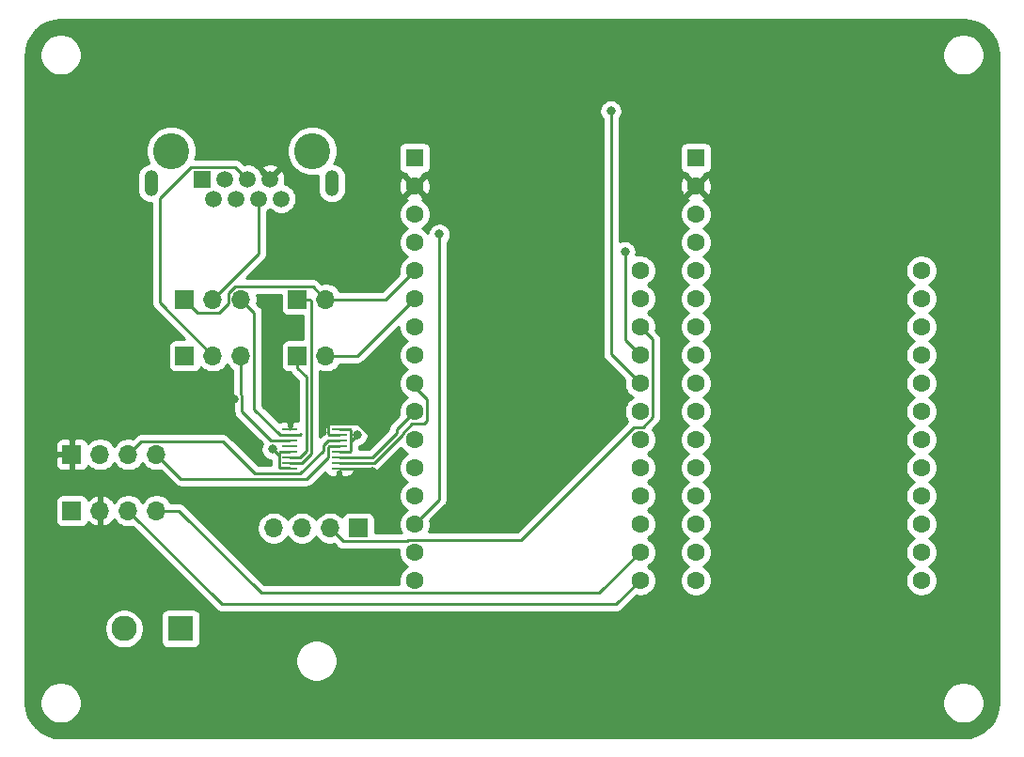
<source format=gbr>
G04 #@! TF.GenerationSoftware,KiCad,Pcbnew,(5.1.9)-1*
G04 #@! TF.CreationDate,2021-03-08T21:25:26-06:00*
G04 #@! TF.ProjectId,ControlInputTest,436f6e74-726f-46c4-996e-707574546573,rev?*
G04 #@! TF.SameCoordinates,Original*
G04 #@! TF.FileFunction,Copper,L1,Top*
G04 #@! TF.FilePolarity,Positive*
%FSLAX46Y46*%
G04 Gerber Fmt 4.6, Leading zero omitted, Abs format (unit mm)*
G04 Created by KiCad (PCBNEW (5.1.9)-1) date 2021-03-08 21:25:26*
%MOMM*%
%LPD*%
G01*
G04 APERTURE LIST*
G04 #@! TA.AperFunction,ComponentPad*
%ADD10C,1.600000*%
G04 #@! TD*
G04 #@! TA.AperFunction,ComponentPad*
%ADD11R,1.600000X1.600000*%
G04 #@! TD*
G04 #@! TA.AperFunction,ComponentPad*
%ADD12R,1.700000X1.700000*%
G04 #@! TD*
G04 #@! TA.AperFunction,ComponentPad*
%ADD13O,1.700000X1.700000*%
G04 #@! TD*
G04 #@! TA.AperFunction,WasherPad*
%ADD14C,3.250000*%
G04 #@! TD*
G04 #@! TA.AperFunction,ComponentPad*
%ADD15C,1.500000*%
G04 #@! TD*
G04 #@! TA.AperFunction,ComponentPad*
%ADD16R,1.500000X1.500000*%
G04 #@! TD*
G04 #@! TA.AperFunction,ComponentPad*
%ADD17O,1.259000X2.362000*%
G04 #@! TD*
G04 #@! TA.AperFunction,ComponentPad*
%ADD18R,2.286000X2.286000*%
G04 #@! TD*
G04 #@! TA.AperFunction,ComponentPad*
%ADD19C,2.286000*%
G04 #@! TD*
G04 #@! TA.AperFunction,SMDPad,CuDef*
%ADD20R,1.333500X0.279400*%
G04 #@! TD*
G04 #@! TA.AperFunction,ViaPad*
%ADD21C,0.800000*%
G04 #@! TD*
G04 #@! TA.AperFunction,Conductor*
%ADD22C,0.250000*%
G04 #@! TD*
G04 #@! TA.AperFunction,Conductor*
%ADD23C,0.254000*%
G04 #@! TD*
G04 #@! TA.AperFunction,Conductor*
%ADD24C,0.100000*%
G04 #@! TD*
G04 APERTURE END LIST*
D10*
X141067940Y-135028940D03*
X141067940Y-132488940D03*
X141067940Y-129948940D03*
X141067940Y-127408940D03*
X141067940Y-124868940D03*
X141067940Y-122328940D03*
X141067940Y-119788940D03*
X141067940Y-117248940D03*
X141067940Y-114708940D03*
X141067940Y-112168940D03*
X141067940Y-109628940D03*
X141067940Y-107088940D03*
X141067940Y-104548940D03*
D11*
X141067940Y-102008940D03*
D10*
X161367940Y-140108940D03*
X161367940Y-137568940D03*
X161367940Y-135028940D03*
X161367940Y-132488940D03*
X161367940Y-129948940D03*
X161367940Y-127408940D03*
X161367940Y-124868940D03*
X161367940Y-122328940D03*
X161367940Y-119788940D03*
X161367940Y-117248940D03*
X161367940Y-114708940D03*
X161367940Y-112168940D03*
X141067940Y-137568940D03*
X141067940Y-140108940D03*
D12*
X136000000Y-135400000D03*
D13*
X133460000Y-135400000D03*
X130920000Y-135400000D03*
X128380000Y-135400000D03*
X125460000Y-114790000D03*
X122920000Y-114790000D03*
D12*
X120380000Y-114790000D03*
X120380000Y-119870000D03*
D13*
X122920000Y-119870000D03*
X125460000Y-119870000D03*
D14*
X131848320Y-101389180D03*
X119148320Y-101389180D03*
D15*
X129059020Y-105709180D03*
X128039020Y-103929180D03*
X127029020Y-105709180D03*
X126009020Y-103929180D03*
X124999020Y-105709180D03*
X123979020Y-103929180D03*
X122969020Y-105709180D03*
D16*
X121949020Y-103929180D03*
D17*
X133628320Y-104291130D03*
X117368320Y-104291130D03*
D13*
X117840000Y-133840000D03*
X115300000Y-133840000D03*
X112760000Y-133840000D03*
D12*
X110220000Y-133840000D03*
D18*
X120010000Y-144460000D03*
D19*
X114930000Y-144460000D03*
D12*
X110220000Y-128760000D03*
D13*
X112760000Y-128760000D03*
X115300000Y-128760000D03*
X117840000Y-128760000D03*
D20*
X134296150Y-130021330D03*
X134296150Y-129520950D03*
X134296150Y-129020570D03*
X134296150Y-128520190D03*
X134296150Y-128019810D03*
X134296150Y-127519430D03*
X134296150Y-127019050D03*
X134296150Y-126518670D03*
X129863850Y-126518670D03*
X129863850Y-127019050D03*
X129863850Y-127519430D03*
X129863850Y-128019810D03*
X129863850Y-128520190D03*
X129863850Y-129020570D03*
X129863850Y-129520950D03*
X129863850Y-130021330D03*
D13*
X133080000Y-114790000D03*
D12*
X130540000Y-114790000D03*
X130540000Y-119870000D03*
D13*
X133080000Y-119870000D03*
D10*
X166397940Y-135028940D03*
X166397940Y-132488940D03*
X166397940Y-129948940D03*
X166397940Y-127408940D03*
X166397940Y-124868940D03*
X166397940Y-122328940D03*
X166397940Y-119788940D03*
X166397940Y-117248940D03*
X166397940Y-114708940D03*
X166397940Y-112168940D03*
X166397940Y-109628940D03*
X166397940Y-107088940D03*
X166397940Y-104548940D03*
D11*
X166397940Y-102008940D03*
D10*
X186697940Y-140108940D03*
X186697940Y-137568940D03*
X186697940Y-135028940D03*
X186697940Y-132488940D03*
X186697940Y-129948940D03*
X186697940Y-127408940D03*
X186697940Y-124868940D03*
X186697940Y-122328940D03*
X186697940Y-119788940D03*
X186697940Y-117248940D03*
X186697940Y-114708940D03*
X186697940Y-112168940D03*
X166397940Y-137568940D03*
X166397940Y-140108940D03*
D21*
X128270000Y-128270000D03*
X135890000Y-127000000D03*
X127914400Y-123748800D03*
X124815600Y-123748800D03*
X137261600Y-127279400D03*
X137261600Y-130276600D03*
X143292222Y-108903930D03*
X160020000Y-110490000D03*
X158750000Y-97790000D03*
D22*
X162492941Y-125408941D02*
X162492941Y-118373941D01*
X162492941Y-118373941D02*
X161367940Y-117248940D01*
X160827939Y-126283939D02*
X161617943Y-126283939D01*
X161617943Y-126283939D02*
X162492941Y-125408941D01*
X150667939Y-136443939D02*
X160827939Y-126283939D01*
X140527939Y-136443939D02*
X150667939Y-136443939D01*
X140396877Y-136575001D02*
X140527939Y-136443939D01*
X134635001Y-136575001D02*
X140396877Y-136575001D01*
X133460000Y-135400000D02*
X134635001Y-136575001D01*
X135212900Y-126518670D02*
X134296150Y-126518670D01*
X135287901Y-126593671D02*
X135212900Y-126518670D01*
X135212900Y-128520190D02*
X135287901Y-128445189D01*
X134296150Y-128520190D02*
X135212900Y-128520190D01*
X128947100Y-128520190D02*
X129863850Y-128520190D01*
X128872099Y-128595191D02*
X128947100Y-128520190D01*
X128937099Y-129985651D02*
X128872099Y-129920651D01*
X129863850Y-129985651D02*
X128937099Y-129985651D01*
X128872099Y-128872099D02*
X128270000Y-128270000D01*
X128872099Y-128937901D02*
X128872099Y-128872099D01*
X128872099Y-129920651D02*
X128872099Y-128937901D01*
X128872099Y-128937901D02*
X128872099Y-128595191D01*
X135287901Y-127602099D02*
X135890000Y-127000000D01*
X135287901Y-128445189D02*
X135287901Y-127602099D01*
X135287901Y-127602099D02*
X135287901Y-126593671D01*
X129863850Y-125698250D02*
X127914400Y-123748800D01*
X129863850Y-126518670D02*
X129863850Y-125698250D01*
X133304399Y-126118969D02*
X133413968Y-126009400D01*
X133304399Y-126944049D02*
X133304399Y-126118969D01*
X133379400Y-127019050D02*
X133304399Y-126944049D01*
X134296150Y-127019050D02*
X133379400Y-127019050D01*
X135991600Y-126009400D02*
X137261600Y-127279400D01*
X133413968Y-126009400D02*
X135991600Y-126009400D01*
X137006330Y-130021330D02*
X137261600Y-130276600D01*
X134296150Y-130021330D02*
X137006330Y-130021330D01*
X115300000Y-133840000D02*
X123700000Y-142240000D01*
X159236880Y-142240000D02*
X161367940Y-140108940D01*
X123700000Y-142240000D02*
X159236880Y-142240000D01*
X117840000Y-133840000D02*
X119870000Y-133840000D01*
X157702939Y-141233941D02*
X161367940Y-137568940D01*
X127263941Y-141233941D02*
X157702939Y-141233941D01*
X119870000Y-133840000D02*
X127263941Y-141233941D01*
X135906880Y-119870000D02*
X141067940Y-114708940D01*
X133080000Y-119870000D02*
X135906880Y-119870000D01*
X138446880Y-114790000D02*
X141067940Y-112168940D01*
X133080000Y-114790000D02*
X138446880Y-114790000D01*
X121555001Y-115965001D02*
X120380000Y-114790000D01*
X123484001Y-115965001D02*
X121555001Y-115965001D01*
X124284999Y-115164003D02*
X123484001Y-115965001D01*
X124284999Y-114225999D02*
X124284999Y-115164003D01*
X124895999Y-113614999D02*
X124284999Y-114225999D01*
X131904999Y-113614999D02*
X124895999Y-113614999D01*
X133080000Y-114790000D02*
X131904999Y-113614999D01*
X132854388Y-127934089D02*
X132854388Y-128422244D01*
X134296150Y-127519430D02*
X133269047Y-127519430D01*
X133269047Y-127519430D02*
X132854388Y-127934089D01*
X130790601Y-130486031D02*
X126676031Y-130486031D01*
X126676031Y-130486031D02*
X123774999Y-127584999D01*
X132854388Y-128422244D02*
X130790601Y-130486031D01*
X123774999Y-127584999D02*
X116475001Y-127584999D01*
X116475001Y-127584999D02*
X115300000Y-128760000D01*
X120016042Y-130936042D02*
X131379918Y-130936042D01*
X131379918Y-130936042D02*
X133304399Y-129011561D01*
X117840000Y-128760000D02*
X120016042Y-130936042D01*
X133405078Y-128019810D02*
X134296150Y-128019810D01*
X133304399Y-128120489D02*
X133405078Y-128019810D01*
X133304399Y-129011561D02*
X133304399Y-128120489D01*
X141067940Y-135028940D02*
X143292222Y-132804658D01*
X143292222Y-132804658D02*
X143292222Y-108903930D01*
X127029020Y-110680980D02*
X122920000Y-114790000D01*
X127029020Y-105709180D02*
X127029020Y-110680980D01*
X120939019Y-102854179D02*
X118110000Y-105683198D01*
X124934019Y-102854179D02*
X120939019Y-102854179D01*
X126009020Y-103929180D02*
X124934019Y-102854179D01*
X122920000Y-119870000D02*
X118130415Y-115080415D01*
X118130415Y-105703613D02*
X118110000Y-105683198D01*
X118130415Y-115080415D02*
X118130415Y-105703613D01*
X130855601Y-126918371D02*
X130773972Y-127000000D01*
X130855601Y-126944049D02*
X130855601Y-126918371D01*
X130780600Y-127019050D02*
X130855601Y-126944049D01*
X129863850Y-127019050D02*
X130780600Y-127019050D01*
X126635001Y-115965001D02*
X125460000Y-114790000D01*
X126635001Y-124681273D02*
X126635001Y-115965001D01*
X128953728Y-127000000D02*
X126635001Y-124681273D01*
X130773972Y-127000000D02*
X128953728Y-127000000D01*
X125460000Y-119870000D02*
X125460000Y-123320198D01*
X125540601Y-124907012D02*
X128153019Y-127519430D01*
X125460000Y-123320198D02*
X125540601Y-123400799D01*
X125540601Y-123400799D02*
X125540601Y-124907012D01*
X128153019Y-127519430D02*
X129863850Y-127519430D01*
X134296150Y-129020570D02*
X137266310Y-129020570D01*
X139492928Y-126793952D02*
X137266310Y-129020570D01*
X139492928Y-126443952D02*
X139492928Y-126793952D01*
X141067940Y-124868940D02*
X139492928Y-126443952D01*
X134296150Y-129520950D02*
X137402340Y-129520950D01*
X142192941Y-123803941D02*
X141067940Y-122678940D01*
X142192941Y-125758941D02*
X142192941Y-123803941D01*
X139942939Y-126980351D02*
X137402340Y-129520950D01*
X139942939Y-126868939D02*
X139942939Y-126980351D01*
X140817937Y-125993941D02*
X139942939Y-126868939D01*
X141957941Y-125993941D02*
X140817937Y-125993941D01*
X142192941Y-125758941D02*
X141957941Y-125993941D01*
X131755623Y-128656280D02*
X130890953Y-129520950D01*
X131755623Y-114905623D02*
X131755623Y-128656280D01*
X131640000Y-114790000D02*
X131755623Y-114905623D01*
X130540000Y-114790000D02*
X131640000Y-114790000D01*
X130890953Y-129520950D02*
X129863850Y-129520950D01*
X130754922Y-129020570D02*
X129863850Y-129020570D01*
X131305612Y-128469880D02*
X130754922Y-129020570D01*
X131305612Y-121735612D02*
X131305612Y-128469880D01*
X130540000Y-120970000D02*
X131305612Y-121735612D01*
X130540000Y-119870000D02*
X130540000Y-120970000D01*
X160020000Y-118441000D02*
X161367940Y-119788940D01*
X160020000Y-110490000D02*
X160020000Y-118441000D01*
X158750000Y-119711000D02*
X161367940Y-122328940D01*
X158750000Y-97790000D02*
X158750000Y-119711000D01*
D23*
X191111222Y-89623096D02*
X191699164Y-89800606D01*
X192241436Y-90088937D01*
X192717364Y-90477094D01*
X193108845Y-90950314D01*
X193400951Y-91490552D01*
X193582563Y-92077244D01*
X193650001Y-92718888D01*
X193650000Y-151097721D01*
X193586904Y-151741221D01*
X193409394Y-152329164D01*
X193121063Y-152871436D01*
X192732906Y-153347364D01*
X192259686Y-153738845D01*
X191719449Y-154030950D01*
X191132756Y-154212563D01*
X190491130Y-154280000D01*
X109252279Y-154280000D01*
X108608779Y-154216904D01*
X108020836Y-154039394D01*
X107478564Y-153751063D01*
X107002636Y-153362906D01*
X106611155Y-152889686D01*
X106319050Y-152349449D01*
X106137437Y-151762756D01*
X106070000Y-151121130D01*
X106070000Y-150944344D01*
X107335000Y-150944344D01*
X107335000Y-151315656D01*
X107407439Y-151679834D01*
X107549534Y-152022882D01*
X107755825Y-152331618D01*
X108018382Y-152594175D01*
X108327118Y-152800466D01*
X108670166Y-152942561D01*
X109034344Y-153015000D01*
X109405656Y-153015000D01*
X109769834Y-152942561D01*
X110112882Y-152800466D01*
X110421618Y-152594175D01*
X110684175Y-152331618D01*
X110890466Y-152022882D01*
X111032561Y-151679834D01*
X111105000Y-151315656D01*
X111105000Y-150944344D01*
X188615000Y-150944344D01*
X188615000Y-151315656D01*
X188687439Y-151679834D01*
X188829534Y-152022882D01*
X189035825Y-152331618D01*
X189298382Y-152594175D01*
X189607118Y-152800466D01*
X189950166Y-152942561D01*
X190314344Y-153015000D01*
X190685656Y-153015000D01*
X191049834Y-152942561D01*
X191392882Y-152800466D01*
X191701618Y-152594175D01*
X191964175Y-152331618D01*
X192170466Y-152022882D01*
X192312561Y-151679834D01*
X192385000Y-151315656D01*
X192385000Y-150944344D01*
X192312561Y-150580166D01*
X192170466Y-150237118D01*
X191964175Y-149928382D01*
X191701618Y-149665825D01*
X191392882Y-149459534D01*
X191049834Y-149317439D01*
X190685656Y-149245000D01*
X190314344Y-149245000D01*
X189950166Y-149317439D01*
X189607118Y-149459534D01*
X189298382Y-149665825D01*
X189035825Y-149928382D01*
X188829534Y-150237118D01*
X188687439Y-150580166D01*
X188615000Y-150944344D01*
X111105000Y-150944344D01*
X111032561Y-150580166D01*
X110890466Y-150237118D01*
X110684175Y-149928382D01*
X110421618Y-149665825D01*
X110112882Y-149459534D01*
X109769834Y-149317439D01*
X109405656Y-149245000D01*
X109034344Y-149245000D01*
X108670166Y-149317439D01*
X108327118Y-149459534D01*
X108018382Y-149665825D01*
X107755825Y-149928382D01*
X107549534Y-150237118D01*
X107407439Y-150580166D01*
X107335000Y-150944344D01*
X106070000Y-150944344D01*
X106070000Y-147173344D01*
X130343100Y-147173344D01*
X130343100Y-147544656D01*
X130415539Y-147908834D01*
X130557634Y-148251882D01*
X130763925Y-148560618D01*
X131026482Y-148823175D01*
X131335218Y-149029466D01*
X131678266Y-149171561D01*
X132042444Y-149244000D01*
X132413756Y-149244000D01*
X132777934Y-149171561D01*
X133120982Y-149029466D01*
X133429718Y-148823175D01*
X133692275Y-148560618D01*
X133898566Y-148251882D01*
X134040661Y-147908834D01*
X134113100Y-147544656D01*
X134113100Y-147173344D01*
X134040661Y-146809166D01*
X133898566Y-146466118D01*
X133692275Y-146157382D01*
X133429718Y-145894825D01*
X133120982Y-145688534D01*
X132777934Y-145546439D01*
X132413756Y-145474000D01*
X132042444Y-145474000D01*
X131678266Y-145546439D01*
X131335218Y-145688534D01*
X131026482Y-145894825D01*
X130763925Y-146157382D01*
X130557634Y-146466118D01*
X130415539Y-146809166D01*
X130343100Y-147173344D01*
X106070000Y-147173344D01*
X106070000Y-144284882D01*
X113152000Y-144284882D01*
X113152000Y-144635118D01*
X113220328Y-144978623D01*
X113354357Y-145302199D01*
X113548937Y-145593409D01*
X113796591Y-145841063D01*
X114087801Y-146035643D01*
X114411377Y-146169672D01*
X114754882Y-146238000D01*
X115105118Y-146238000D01*
X115448623Y-146169672D01*
X115772199Y-146035643D01*
X116063409Y-145841063D01*
X116311063Y-145593409D01*
X116505643Y-145302199D01*
X116639672Y-144978623D01*
X116708000Y-144635118D01*
X116708000Y-144284882D01*
X116639672Y-143941377D01*
X116505643Y-143617801D01*
X116311063Y-143326591D01*
X116301472Y-143317000D01*
X118228928Y-143317000D01*
X118228928Y-145603000D01*
X118241188Y-145727482D01*
X118277498Y-145847180D01*
X118336463Y-145957494D01*
X118415815Y-146054185D01*
X118512506Y-146133537D01*
X118622820Y-146192502D01*
X118742518Y-146228812D01*
X118867000Y-146241072D01*
X121153000Y-146241072D01*
X121277482Y-146228812D01*
X121397180Y-146192502D01*
X121507494Y-146133537D01*
X121604185Y-146054185D01*
X121683537Y-145957494D01*
X121742502Y-145847180D01*
X121778812Y-145727482D01*
X121791072Y-145603000D01*
X121791072Y-143317000D01*
X121778812Y-143192518D01*
X121742502Y-143072820D01*
X121683537Y-142962506D01*
X121604185Y-142865815D01*
X121507494Y-142786463D01*
X121397180Y-142727498D01*
X121277482Y-142691188D01*
X121153000Y-142678928D01*
X118867000Y-142678928D01*
X118742518Y-142691188D01*
X118622820Y-142727498D01*
X118512506Y-142786463D01*
X118415815Y-142865815D01*
X118336463Y-142962506D01*
X118277498Y-143072820D01*
X118241188Y-143192518D01*
X118228928Y-143317000D01*
X116301472Y-143317000D01*
X116063409Y-143078937D01*
X115772199Y-142884357D01*
X115448623Y-142750328D01*
X115105118Y-142682000D01*
X114754882Y-142682000D01*
X114411377Y-142750328D01*
X114087801Y-142884357D01*
X113796591Y-143078937D01*
X113548937Y-143326591D01*
X113354357Y-143617801D01*
X113220328Y-143941377D01*
X113152000Y-144284882D01*
X106070000Y-144284882D01*
X106070000Y-132990000D01*
X108731928Y-132990000D01*
X108731928Y-134690000D01*
X108744188Y-134814482D01*
X108780498Y-134934180D01*
X108839463Y-135044494D01*
X108918815Y-135141185D01*
X109015506Y-135220537D01*
X109125820Y-135279502D01*
X109245518Y-135315812D01*
X109370000Y-135328072D01*
X111070000Y-135328072D01*
X111194482Y-135315812D01*
X111314180Y-135279502D01*
X111424494Y-135220537D01*
X111521185Y-135141185D01*
X111600537Y-135044494D01*
X111659502Y-134934180D01*
X111683966Y-134853534D01*
X111759731Y-134937588D01*
X111993080Y-135111641D01*
X112255901Y-135236825D01*
X112403110Y-135281476D01*
X112633000Y-135160155D01*
X112633000Y-133967000D01*
X112613000Y-133967000D01*
X112613000Y-133713000D01*
X112633000Y-133713000D01*
X112633000Y-132519845D01*
X112403110Y-132398524D01*
X112255901Y-132443175D01*
X111993080Y-132568359D01*
X111759731Y-132742412D01*
X111683966Y-132826466D01*
X111659502Y-132745820D01*
X111600537Y-132635506D01*
X111521185Y-132538815D01*
X111424494Y-132459463D01*
X111314180Y-132400498D01*
X111194482Y-132364188D01*
X111070000Y-132351928D01*
X109370000Y-132351928D01*
X109245518Y-132364188D01*
X109125820Y-132400498D01*
X109015506Y-132459463D01*
X108918815Y-132538815D01*
X108839463Y-132635506D01*
X108780498Y-132745820D01*
X108744188Y-132865518D01*
X108731928Y-132990000D01*
X106070000Y-132990000D01*
X106070000Y-129610000D01*
X108731928Y-129610000D01*
X108744188Y-129734482D01*
X108780498Y-129854180D01*
X108839463Y-129964494D01*
X108918815Y-130061185D01*
X109015506Y-130140537D01*
X109125820Y-130199502D01*
X109245518Y-130235812D01*
X109370000Y-130248072D01*
X109934250Y-130245000D01*
X110093000Y-130086250D01*
X110093000Y-128887000D01*
X108893750Y-128887000D01*
X108735000Y-129045750D01*
X108731928Y-129610000D01*
X106070000Y-129610000D01*
X106070000Y-127910000D01*
X108731928Y-127910000D01*
X108735000Y-128474250D01*
X108893750Y-128633000D01*
X110093000Y-128633000D01*
X110093000Y-127433750D01*
X110347000Y-127433750D01*
X110347000Y-128633000D01*
X110367000Y-128633000D01*
X110367000Y-128887000D01*
X110347000Y-128887000D01*
X110347000Y-130086250D01*
X110505750Y-130245000D01*
X111070000Y-130248072D01*
X111194482Y-130235812D01*
X111314180Y-130199502D01*
X111424494Y-130140537D01*
X111521185Y-130061185D01*
X111600537Y-129964494D01*
X111659502Y-129854180D01*
X111681513Y-129781620D01*
X111813368Y-129913475D01*
X112056589Y-130075990D01*
X112326842Y-130187932D01*
X112613740Y-130245000D01*
X112906260Y-130245000D01*
X113193158Y-130187932D01*
X113463411Y-130075990D01*
X113706632Y-129913475D01*
X113913475Y-129706632D01*
X114030000Y-129532240D01*
X114146525Y-129706632D01*
X114353368Y-129913475D01*
X114596589Y-130075990D01*
X114866842Y-130187932D01*
X115153740Y-130245000D01*
X115446260Y-130245000D01*
X115733158Y-130187932D01*
X116003411Y-130075990D01*
X116246632Y-129913475D01*
X116453475Y-129706632D01*
X116570000Y-129532240D01*
X116686525Y-129706632D01*
X116893368Y-129913475D01*
X117136589Y-130075990D01*
X117406842Y-130187932D01*
X117693740Y-130245000D01*
X117986260Y-130245000D01*
X118206408Y-130201209D01*
X119452243Y-131447045D01*
X119476041Y-131476043D01*
X119505039Y-131499841D01*
X119591765Y-131571016D01*
X119723795Y-131641588D01*
X119867056Y-131685045D01*
X119978709Y-131696042D01*
X119978718Y-131696042D01*
X120016041Y-131699718D01*
X120053364Y-131696042D01*
X131342596Y-131696042D01*
X131379918Y-131699718D01*
X131417240Y-131696042D01*
X131417251Y-131696042D01*
X131528904Y-131685045D01*
X131672165Y-131641588D01*
X131804194Y-131571016D01*
X131919919Y-131476043D01*
X131943722Y-131447039D01*
X133027427Y-130363335D01*
X133043913Y-130414685D01*
X133104648Y-130524034D01*
X133185550Y-130619433D01*
X133283508Y-130697215D01*
X133394759Y-130754393D01*
X133515027Y-130788768D01*
X133639690Y-130799019D01*
X134010400Y-130796030D01*
X134169150Y-130637280D01*
X134169150Y-130298722D01*
X134423150Y-130298722D01*
X134423150Y-130637280D01*
X134581900Y-130796030D01*
X134952610Y-130799019D01*
X135077273Y-130788768D01*
X135197541Y-130754393D01*
X135308792Y-130697215D01*
X135406750Y-130619433D01*
X135487652Y-130524034D01*
X135548387Y-130414685D01*
X135586623Y-130295588D01*
X135588229Y-130280950D01*
X137365018Y-130280950D01*
X137402340Y-130284626D01*
X137439662Y-130280950D01*
X137439673Y-130280950D01*
X137551326Y-130269953D01*
X137694587Y-130226496D01*
X137826616Y-130155924D01*
X137942341Y-130060951D01*
X137966144Y-130031947D01*
X139841587Y-128156504D01*
X139953303Y-128323699D01*
X140153181Y-128523577D01*
X140385699Y-128678940D01*
X140153181Y-128834303D01*
X139953303Y-129034181D01*
X139796260Y-129269213D01*
X139688087Y-129530366D01*
X139632940Y-129807605D01*
X139632940Y-130090275D01*
X139688087Y-130367514D01*
X139796260Y-130628667D01*
X139953303Y-130863699D01*
X140153181Y-131063577D01*
X140385699Y-131218940D01*
X140153181Y-131374303D01*
X139953303Y-131574181D01*
X139796260Y-131809213D01*
X139688087Y-132070366D01*
X139632940Y-132347605D01*
X139632940Y-132630275D01*
X139688087Y-132907514D01*
X139796260Y-133168667D01*
X139953303Y-133403699D01*
X140153181Y-133603577D01*
X140385699Y-133758940D01*
X140153181Y-133914303D01*
X139953303Y-134114181D01*
X139796260Y-134349213D01*
X139688087Y-134610366D01*
X139632940Y-134887605D01*
X139632940Y-135170275D01*
X139688087Y-135447514D01*
X139796260Y-135708667D01*
X139867310Y-135815001D01*
X137488072Y-135815001D01*
X137488072Y-134550000D01*
X137475812Y-134425518D01*
X137439502Y-134305820D01*
X137380537Y-134195506D01*
X137301185Y-134098815D01*
X137204494Y-134019463D01*
X137094180Y-133960498D01*
X136974482Y-133924188D01*
X136850000Y-133911928D01*
X135150000Y-133911928D01*
X135025518Y-133924188D01*
X134905820Y-133960498D01*
X134795506Y-134019463D01*
X134698815Y-134098815D01*
X134619463Y-134195506D01*
X134560498Y-134305820D01*
X134538487Y-134378380D01*
X134406632Y-134246525D01*
X134163411Y-134084010D01*
X133893158Y-133972068D01*
X133606260Y-133915000D01*
X133313740Y-133915000D01*
X133026842Y-133972068D01*
X132756589Y-134084010D01*
X132513368Y-134246525D01*
X132306525Y-134453368D01*
X132190000Y-134627760D01*
X132073475Y-134453368D01*
X131866632Y-134246525D01*
X131623411Y-134084010D01*
X131353158Y-133972068D01*
X131066260Y-133915000D01*
X130773740Y-133915000D01*
X130486842Y-133972068D01*
X130216589Y-134084010D01*
X129973368Y-134246525D01*
X129766525Y-134453368D01*
X129650000Y-134627760D01*
X129533475Y-134453368D01*
X129326632Y-134246525D01*
X129083411Y-134084010D01*
X128813158Y-133972068D01*
X128526260Y-133915000D01*
X128233740Y-133915000D01*
X127946842Y-133972068D01*
X127676589Y-134084010D01*
X127433368Y-134246525D01*
X127226525Y-134453368D01*
X127064010Y-134696589D01*
X126952068Y-134966842D01*
X126895000Y-135253740D01*
X126895000Y-135546260D01*
X126952068Y-135833158D01*
X127064010Y-136103411D01*
X127226525Y-136346632D01*
X127433368Y-136553475D01*
X127676589Y-136715990D01*
X127946842Y-136827932D01*
X128233740Y-136885000D01*
X128526260Y-136885000D01*
X128813158Y-136827932D01*
X129083411Y-136715990D01*
X129326632Y-136553475D01*
X129533475Y-136346632D01*
X129650000Y-136172240D01*
X129766525Y-136346632D01*
X129973368Y-136553475D01*
X130216589Y-136715990D01*
X130486842Y-136827932D01*
X130773740Y-136885000D01*
X131066260Y-136885000D01*
X131353158Y-136827932D01*
X131623411Y-136715990D01*
X131866632Y-136553475D01*
X132073475Y-136346632D01*
X132190000Y-136172240D01*
X132306525Y-136346632D01*
X132513368Y-136553475D01*
X132756589Y-136715990D01*
X133026842Y-136827932D01*
X133313740Y-136885000D01*
X133606260Y-136885000D01*
X133826408Y-136841210D01*
X134071202Y-137086004D01*
X134095000Y-137115002D01*
X134210725Y-137209975D01*
X134342754Y-137280547D01*
X134486015Y-137324004D01*
X134597668Y-137335001D01*
X134597677Y-137335001D01*
X134635000Y-137338677D01*
X134672323Y-137335001D01*
X139651360Y-137335001D01*
X139632940Y-137427605D01*
X139632940Y-137710275D01*
X139688087Y-137987514D01*
X139796260Y-138248667D01*
X139953303Y-138483699D01*
X140153181Y-138683577D01*
X140385699Y-138838940D01*
X140153181Y-138994303D01*
X139953303Y-139194181D01*
X139796260Y-139429213D01*
X139688087Y-139690366D01*
X139632940Y-139967605D01*
X139632940Y-140250275D01*
X139677431Y-140473941D01*
X127578743Y-140473941D01*
X120433804Y-133329003D01*
X120410001Y-133299999D01*
X120294276Y-133205026D01*
X120162247Y-133134454D01*
X120018986Y-133090997D01*
X119907333Y-133080000D01*
X119907322Y-133080000D01*
X119870000Y-133076324D01*
X119832678Y-133080000D01*
X119118178Y-133080000D01*
X118993475Y-132893368D01*
X118786632Y-132686525D01*
X118543411Y-132524010D01*
X118273158Y-132412068D01*
X117986260Y-132355000D01*
X117693740Y-132355000D01*
X117406842Y-132412068D01*
X117136589Y-132524010D01*
X116893368Y-132686525D01*
X116686525Y-132893368D01*
X116570000Y-133067760D01*
X116453475Y-132893368D01*
X116246632Y-132686525D01*
X116003411Y-132524010D01*
X115733158Y-132412068D01*
X115446260Y-132355000D01*
X115153740Y-132355000D01*
X114866842Y-132412068D01*
X114596589Y-132524010D01*
X114353368Y-132686525D01*
X114146525Y-132893368D01*
X114024805Y-133075534D01*
X113955178Y-132958645D01*
X113760269Y-132742412D01*
X113526920Y-132568359D01*
X113264099Y-132443175D01*
X113116890Y-132398524D01*
X112887000Y-132519845D01*
X112887000Y-133713000D01*
X112907000Y-133713000D01*
X112907000Y-133967000D01*
X112887000Y-133967000D01*
X112887000Y-135160155D01*
X113116890Y-135281476D01*
X113264099Y-135236825D01*
X113526920Y-135111641D01*
X113760269Y-134937588D01*
X113955178Y-134721355D01*
X114024805Y-134604466D01*
X114146525Y-134786632D01*
X114353368Y-134993475D01*
X114596589Y-135155990D01*
X114866842Y-135267932D01*
X115153740Y-135325000D01*
X115446260Y-135325000D01*
X115666408Y-135281209D01*
X123136201Y-142751003D01*
X123159999Y-142780001D01*
X123188997Y-142803799D01*
X123275723Y-142874974D01*
X123407753Y-142945546D01*
X123551014Y-142989003D01*
X123662667Y-143000000D01*
X123662677Y-143000000D01*
X123700000Y-143003676D01*
X123737323Y-143000000D01*
X159199558Y-143000000D01*
X159236880Y-143003676D01*
X159274202Y-143000000D01*
X159274213Y-143000000D01*
X159385866Y-142989003D01*
X159529127Y-142945546D01*
X159661156Y-142874974D01*
X159776881Y-142780001D01*
X159800684Y-142750997D01*
X161044054Y-141507628D01*
X161226605Y-141543940D01*
X161509275Y-141543940D01*
X161786514Y-141488793D01*
X162047667Y-141380620D01*
X162282699Y-141223577D01*
X162482577Y-141023699D01*
X162639620Y-140788667D01*
X162747793Y-140527514D01*
X162802940Y-140250275D01*
X162802940Y-139967605D01*
X162747793Y-139690366D01*
X162639620Y-139429213D01*
X162482577Y-139194181D01*
X162282699Y-138994303D01*
X162050181Y-138838940D01*
X162282699Y-138683577D01*
X162482577Y-138483699D01*
X162639620Y-138248667D01*
X162747793Y-137987514D01*
X162802940Y-137710275D01*
X162802940Y-137427605D01*
X162747793Y-137150366D01*
X162639620Y-136889213D01*
X162482577Y-136654181D01*
X162282699Y-136454303D01*
X162050181Y-136298940D01*
X162282699Y-136143577D01*
X162482577Y-135943699D01*
X162639620Y-135708667D01*
X162747793Y-135447514D01*
X162802940Y-135170275D01*
X162802940Y-134887605D01*
X162747793Y-134610366D01*
X162639620Y-134349213D01*
X162482577Y-134114181D01*
X162282699Y-133914303D01*
X162050181Y-133758940D01*
X162282699Y-133603577D01*
X162482577Y-133403699D01*
X162639620Y-133168667D01*
X162747793Y-132907514D01*
X162802940Y-132630275D01*
X162802940Y-132347605D01*
X162747793Y-132070366D01*
X162639620Y-131809213D01*
X162482577Y-131574181D01*
X162282699Y-131374303D01*
X162050181Y-131218940D01*
X162282699Y-131063577D01*
X162482577Y-130863699D01*
X162639620Y-130628667D01*
X162747793Y-130367514D01*
X162802940Y-130090275D01*
X162802940Y-129807605D01*
X162747793Y-129530366D01*
X162639620Y-129269213D01*
X162482577Y-129034181D01*
X162282699Y-128834303D01*
X162050181Y-128678940D01*
X162282699Y-128523577D01*
X162482577Y-128323699D01*
X162639620Y-128088667D01*
X162747793Y-127827514D01*
X162802940Y-127550275D01*
X162802940Y-127267605D01*
X162747793Y-126990366D01*
X162639620Y-126729213D01*
X162482577Y-126494181D01*
X162482540Y-126494144D01*
X163003945Y-125972739D01*
X163032942Y-125948942D01*
X163069865Y-125903951D01*
X163127915Y-125833218D01*
X163198487Y-125701188D01*
X163204831Y-125680275D01*
X163241944Y-125557927D01*
X163252941Y-125446274D01*
X163252941Y-125446265D01*
X163256617Y-125408942D01*
X163252941Y-125371619D01*
X163252941Y-118411266D01*
X163256617Y-118373941D01*
X163252941Y-118336616D01*
X163252941Y-118336608D01*
X163241944Y-118224955D01*
X163198487Y-118081694D01*
X163127915Y-117949665D01*
X163032942Y-117833940D01*
X163003944Y-117810142D01*
X162766628Y-117572826D01*
X162802940Y-117390275D01*
X162802940Y-117107605D01*
X162747793Y-116830366D01*
X162639620Y-116569213D01*
X162482577Y-116334181D01*
X162282699Y-116134303D01*
X162050181Y-115978940D01*
X162282699Y-115823577D01*
X162482577Y-115623699D01*
X162639620Y-115388667D01*
X162747793Y-115127514D01*
X162802940Y-114850275D01*
X162802940Y-114567605D01*
X162747793Y-114290366D01*
X162639620Y-114029213D01*
X162482577Y-113794181D01*
X162282699Y-113594303D01*
X162050181Y-113438940D01*
X162282699Y-113283577D01*
X162482577Y-113083699D01*
X162639620Y-112848667D01*
X162747793Y-112587514D01*
X162802940Y-112310275D01*
X162802940Y-112027605D01*
X162747793Y-111750366D01*
X162639620Y-111489213D01*
X162482577Y-111254181D01*
X162282699Y-111054303D01*
X162047667Y-110897260D01*
X161786514Y-110789087D01*
X161509275Y-110733940D01*
X161226605Y-110733940D01*
X161018521Y-110775331D01*
X161055000Y-110591939D01*
X161055000Y-110388061D01*
X161015226Y-110188102D01*
X160937205Y-109999744D01*
X160823937Y-109830226D01*
X160679774Y-109686063D01*
X160510256Y-109572795D01*
X160321898Y-109494774D01*
X160121939Y-109455000D01*
X159918061Y-109455000D01*
X159718102Y-109494774D01*
X159529744Y-109572795D01*
X159510000Y-109585987D01*
X159510000Y-106947605D01*
X164962940Y-106947605D01*
X164962940Y-107230275D01*
X165018087Y-107507514D01*
X165126260Y-107768667D01*
X165283303Y-108003699D01*
X165483181Y-108203577D01*
X165715699Y-108358940D01*
X165483181Y-108514303D01*
X165283303Y-108714181D01*
X165126260Y-108949213D01*
X165018087Y-109210366D01*
X164962940Y-109487605D01*
X164962940Y-109770275D01*
X165018087Y-110047514D01*
X165126260Y-110308667D01*
X165283303Y-110543699D01*
X165483181Y-110743577D01*
X165715699Y-110898940D01*
X165483181Y-111054303D01*
X165283303Y-111254181D01*
X165126260Y-111489213D01*
X165018087Y-111750366D01*
X164962940Y-112027605D01*
X164962940Y-112310275D01*
X165018087Y-112587514D01*
X165126260Y-112848667D01*
X165283303Y-113083699D01*
X165483181Y-113283577D01*
X165715699Y-113438940D01*
X165483181Y-113594303D01*
X165283303Y-113794181D01*
X165126260Y-114029213D01*
X165018087Y-114290366D01*
X164962940Y-114567605D01*
X164962940Y-114850275D01*
X165018087Y-115127514D01*
X165126260Y-115388667D01*
X165283303Y-115623699D01*
X165483181Y-115823577D01*
X165715699Y-115978940D01*
X165483181Y-116134303D01*
X165283303Y-116334181D01*
X165126260Y-116569213D01*
X165018087Y-116830366D01*
X164962940Y-117107605D01*
X164962940Y-117390275D01*
X165018087Y-117667514D01*
X165126260Y-117928667D01*
X165283303Y-118163699D01*
X165483181Y-118363577D01*
X165715699Y-118518940D01*
X165483181Y-118674303D01*
X165283303Y-118874181D01*
X165126260Y-119109213D01*
X165018087Y-119370366D01*
X164962940Y-119647605D01*
X164962940Y-119930275D01*
X165018087Y-120207514D01*
X165126260Y-120468667D01*
X165283303Y-120703699D01*
X165483181Y-120903577D01*
X165715699Y-121058940D01*
X165483181Y-121214303D01*
X165283303Y-121414181D01*
X165126260Y-121649213D01*
X165018087Y-121910366D01*
X164962940Y-122187605D01*
X164962940Y-122470275D01*
X165018087Y-122747514D01*
X165126260Y-123008667D01*
X165283303Y-123243699D01*
X165483181Y-123443577D01*
X165715699Y-123598940D01*
X165483181Y-123754303D01*
X165283303Y-123954181D01*
X165126260Y-124189213D01*
X165018087Y-124450366D01*
X164962940Y-124727605D01*
X164962940Y-125010275D01*
X165018087Y-125287514D01*
X165126260Y-125548667D01*
X165283303Y-125783699D01*
X165483181Y-125983577D01*
X165715699Y-126138940D01*
X165483181Y-126294303D01*
X165283303Y-126494181D01*
X165126260Y-126729213D01*
X165018087Y-126990366D01*
X164962940Y-127267605D01*
X164962940Y-127550275D01*
X165018087Y-127827514D01*
X165126260Y-128088667D01*
X165283303Y-128323699D01*
X165483181Y-128523577D01*
X165715699Y-128678940D01*
X165483181Y-128834303D01*
X165283303Y-129034181D01*
X165126260Y-129269213D01*
X165018087Y-129530366D01*
X164962940Y-129807605D01*
X164962940Y-130090275D01*
X165018087Y-130367514D01*
X165126260Y-130628667D01*
X165283303Y-130863699D01*
X165483181Y-131063577D01*
X165715699Y-131218940D01*
X165483181Y-131374303D01*
X165283303Y-131574181D01*
X165126260Y-131809213D01*
X165018087Y-132070366D01*
X164962940Y-132347605D01*
X164962940Y-132630275D01*
X165018087Y-132907514D01*
X165126260Y-133168667D01*
X165283303Y-133403699D01*
X165483181Y-133603577D01*
X165715699Y-133758940D01*
X165483181Y-133914303D01*
X165283303Y-134114181D01*
X165126260Y-134349213D01*
X165018087Y-134610366D01*
X164962940Y-134887605D01*
X164962940Y-135170275D01*
X165018087Y-135447514D01*
X165126260Y-135708667D01*
X165283303Y-135943699D01*
X165483181Y-136143577D01*
X165715699Y-136298940D01*
X165483181Y-136454303D01*
X165283303Y-136654181D01*
X165126260Y-136889213D01*
X165018087Y-137150366D01*
X164962940Y-137427605D01*
X164962940Y-137710275D01*
X165018087Y-137987514D01*
X165126260Y-138248667D01*
X165283303Y-138483699D01*
X165483181Y-138683577D01*
X165715699Y-138838940D01*
X165483181Y-138994303D01*
X165283303Y-139194181D01*
X165126260Y-139429213D01*
X165018087Y-139690366D01*
X164962940Y-139967605D01*
X164962940Y-140250275D01*
X165018087Y-140527514D01*
X165126260Y-140788667D01*
X165283303Y-141023699D01*
X165483181Y-141223577D01*
X165718213Y-141380620D01*
X165979366Y-141488793D01*
X166256605Y-141543940D01*
X166539275Y-141543940D01*
X166816514Y-141488793D01*
X167077667Y-141380620D01*
X167312699Y-141223577D01*
X167512577Y-141023699D01*
X167669620Y-140788667D01*
X167777793Y-140527514D01*
X167832940Y-140250275D01*
X167832940Y-139967605D01*
X167777793Y-139690366D01*
X167669620Y-139429213D01*
X167512577Y-139194181D01*
X167312699Y-138994303D01*
X167080181Y-138838940D01*
X167312699Y-138683577D01*
X167512577Y-138483699D01*
X167669620Y-138248667D01*
X167777793Y-137987514D01*
X167832940Y-137710275D01*
X167832940Y-137427605D01*
X167777793Y-137150366D01*
X167669620Y-136889213D01*
X167512577Y-136654181D01*
X167312699Y-136454303D01*
X167080181Y-136298940D01*
X167312699Y-136143577D01*
X167512577Y-135943699D01*
X167669620Y-135708667D01*
X167777793Y-135447514D01*
X167832940Y-135170275D01*
X167832940Y-134887605D01*
X167777793Y-134610366D01*
X167669620Y-134349213D01*
X167512577Y-134114181D01*
X167312699Y-133914303D01*
X167080181Y-133758940D01*
X167312699Y-133603577D01*
X167512577Y-133403699D01*
X167669620Y-133168667D01*
X167777793Y-132907514D01*
X167832940Y-132630275D01*
X167832940Y-132347605D01*
X167777793Y-132070366D01*
X167669620Y-131809213D01*
X167512577Y-131574181D01*
X167312699Y-131374303D01*
X167080181Y-131218940D01*
X167312699Y-131063577D01*
X167512577Y-130863699D01*
X167669620Y-130628667D01*
X167777793Y-130367514D01*
X167832940Y-130090275D01*
X167832940Y-129807605D01*
X167777793Y-129530366D01*
X167669620Y-129269213D01*
X167512577Y-129034181D01*
X167312699Y-128834303D01*
X167080181Y-128678940D01*
X167312699Y-128523577D01*
X167512577Y-128323699D01*
X167669620Y-128088667D01*
X167777793Y-127827514D01*
X167832940Y-127550275D01*
X167832940Y-127267605D01*
X167777793Y-126990366D01*
X167669620Y-126729213D01*
X167512577Y-126494181D01*
X167312699Y-126294303D01*
X167080181Y-126138940D01*
X167312699Y-125983577D01*
X167512577Y-125783699D01*
X167669620Y-125548667D01*
X167777793Y-125287514D01*
X167832940Y-125010275D01*
X167832940Y-124727605D01*
X167777793Y-124450366D01*
X167669620Y-124189213D01*
X167512577Y-123954181D01*
X167312699Y-123754303D01*
X167080181Y-123598940D01*
X167312699Y-123443577D01*
X167512577Y-123243699D01*
X167669620Y-123008667D01*
X167777793Y-122747514D01*
X167832940Y-122470275D01*
X167832940Y-122187605D01*
X167777793Y-121910366D01*
X167669620Y-121649213D01*
X167512577Y-121414181D01*
X167312699Y-121214303D01*
X167080181Y-121058940D01*
X167312699Y-120903577D01*
X167512577Y-120703699D01*
X167669620Y-120468667D01*
X167777793Y-120207514D01*
X167832940Y-119930275D01*
X167832940Y-119647605D01*
X167777793Y-119370366D01*
X167669620Y-119109213D01*
X167512577Y-118874181D01*
X167312699Y-118674303D01*
X167080181Y-118518940D01*
X167312699Y-118363577D01*
X167512577Y-118163699D01*
X167669620Y-117928667D01*
X167777793Y-117667514D01*
X167832940Y-117390275D01*
X167832940Y-117107605D01*
X167777793Y-116830366D01*
X167669620Y-116569213D01*
X167512577Y-116334181D01*
X167312699Y-116134303D01*
X167080181Y-115978940D01*
X167312699Y-115823577D01*
X167512577Y-115623699D01*
X167669620Y-115388667D01*
X167777793Y-115127514D01*
X167832940Y-114850275D01*
X167832940Y-114567605D01*
X167777793Y-114290366D01*
X167669620Y-114029213D01*
X167512577Y-113794181D01*
X167312699Y-113594303D01*
X167080181Y-113438940D01*
X167312699Y-113283577D01*
X167512577Y-113083699D01*
X167669620Y-112848667D01*
X167777793Y-112587514D01*
X167832940Y-112310275D01*
X167832940Y-112027605D01*
X185262940Y-112027605D01*
X185262940Y-112310275D01*
X185318087Y-112587514D01*
X185426260Y-112848667D01*
X185583303Y-113083699D01*
X185783181Y-113283577D01*
X186015699Y-113438940D01*
X185783181Y-113594303D01*
X185583303Y-113794181D01*
X185426260Y-114029213D01*
X185318087Y-114290366D01*
X185262940Y-114567605D01*
X185262940Y-114850275D01*
X185318087Y-115127514D01*
X185426260Y-115388667D01*
X185583303Y-115623699D01*
X185783181Y-115823577D01*
X186015699Y-115978940D01*
X185783181Y-116134303D01*
X185583303Y-116334181D01*
X185426260Y-116569213D01*
X185318087Y-116830366D01*
X185262940Y-117107605D01*
X185262940Y-117390275D01*
X185318087Y-117667514D01*
X185426260Y-117928667D01*
X185583303Y-118163699D01*
X185783181Y-118363577D01*
X186015699Y-118518940D01*
X185783181Y-118674303D01*
X185583303Y-118874181D01*
X185426260Y-119109213D01*
X185318087Y-119370366D01*
X185262940Y-119647605D01*
X185262940Y-119930275D01*
X185318087Y-120207514D01*
X185426260Y-120468667D01*
X185583303Y-120703699D01*
X185783181Y-120903577D01*
X186015699Y-121058940D01*
X185783181Y-121214303D01*
X185583303Y-121414181D01*
X185426260Y-121649213D01*
X185318087Y-121910366D01*
X185262940Y-122187605D01*
X185262940Y-122470275D01*
X185318087Y-122747514D01*
X185426260Y-123008667D01*
X185583303Y-123243699D01*
X185783181Y-123443577D01*
X186015699Y-123598940D01*
X185783181Y-123754303D01*
X185583303Y-123954181D01*
X185426260Y-124189213D01*
X185318087Y-124450366D01*
X185262940Y-124727605D01*
X185262940Y-125010275D01*
X185318087Y-125287514D01*
X185426260Y-125548667D01*
X185583303Y-125783699D01*
X185783181Y-125983577D01*
X186015699Y-126138940D01*
X185783181Y-126294303D01*
X185583303Y-126494181D01*
X185426260Y-126729213D01*
X185318087Y-126990366D01*
X185262940Y-127267605D01*
X185262940Y-127550275D01*
X185318087Y-127827514D01*
X185426260Y-128088667D01*
X185583303Y-128323699D01*
X185783181Y-128523577D01*
X186015699Y-128678940D01*
X185783181Y-128834303D01*
X185583303Y-129034181D01*
X185426260Y-129269213D01*
X185318087Y-129530366D01*
X185262940Y-129807605D01*
X185262940Y-130090275D01*
X185318087Y-130367514D01*
X185426260Y-130628667D01*
X185583303Y-130863699D01*
X185783181Y-131063577D01*
X186015699Y-131218940D01*
X185783181Y-131374303D01*
X185583303Y-131574181D01*
X185426260Y-131809213D01*
X185318087Y-132070366D01*
X185262940Y-132347605D01*
X185262940Y-132630275D01*
X185318087Y-132907514D01*
X185426260Y-133168667D01*
X185583303Y-133403699D01*
X185783181Y-133603577D01*
X186015699Y-133758940D01*
X185783181Y-133914303D01*
X185583303Y-134114181D01*
X185426260Y-134349213D01*
X185318087Y-134610366D01*
X185262940Y-134887605D01*
X185262940Y-135170275D01*
X185318087Y-135447514D01*
X185426260Y-135708667D01*
X185583303Y-135943699D01*
X185783181Y-136143577D01*
X186015699Y-136298940D01*
X185783181Y-136454303D01*
X185583303Y-136654181D01*
X185426260Y-136889213D01*
X185318087Y-137150366D01*
X185262940Y-137427605D01*
X185262940Y-137710275D01*
X185318087Y-137987514D01*
X185426260Y-138248667D01*
X185583303Y-138483699D01*
X185783181Y-138683577D01*
X186015699Y-138838940D01*
X185783181Y-138994303D01*
X185583303Y-139194181D01*
X185426260Y-139429213D01*
X185318087Y-139690366D01*
X185262940Y-139967605D01*
X185262940Y-140250275D01*
X185318087Y-140527514D01*
X185426260Y-140788667D01*
X185583303Y-141023699D01*
X185783181Y-141223577D01*
X186018213Y-141380620D01*
X186279366Y-141488793D01*
X186556605Y-141543940D01*
X186839275Y-141543940D01*
X187116514Y-141488793D01*
X187377667Y-141380620D01*
X187612699Y-141223577D01*
X187812577Y-141023699D01*
X187969620Y-140788667D01*
X188077793Y-140527514D01*
X188132940Y-140250275D01*
X188132940Y-139967605D01*
X188077793Y-139690366D01*
X187969620Y-139429213D01*
X187812577Y-139194181D01*
X187612699Y-138994303D01*
X187380181Y-138838940D01*
X187612699Y-138683577D01*
X187812577Y-138483699D01*
X187969620Y-138248667D01*
X188077793Y-137987514D01*
X188132940Y-137710275D01*
X188132940Y-137427605D01*
X188077793Y-137150366D01*
X187969620Y-136889213D01*
X187812577Y-136654181D01*
X187612699Y-136454303D01*
X187380181Y-136298940D01*
X187612699Y-136143577D01*
X187812577Y-135943699D01*
X187969620Y-135708667D01*
X188077793Y-135447514D01*
X188132940Y-135170275D01*
X188132940Y-134887605D01*
X188077793Y-134610366D01*
X187969620Y-134349213D01*
X187812577Y-134114181D01*
X187612699Y-133914303D01*
X187380181Y-133758940D01*
X187612699Y-133603577D01*
X187812577Y-133403699D01*
X187969620Y-133168667D01*
X188077793Y-132907514D01*
X188132940Y-132630275D01*
X188132940Y-132347605D01*
X188077793Y-132070366D01*
X187969620Y-131809213D01*
X187812577Y-131574181D01*
X187612699Y-131374303D01*
X187380181Y-131218940D01*
X187612699Y-131063577D01*
X187812577Y-130863699D01*
X187969620Y-130628667D01*
X188077793Y-130367514D01*
X188132940Y-130090275D01*
X188132940Y-129807605D01*
X188077793Y-129530366D01*
X187969620Y-129269213D01*
X187812577Y-129034181D01*
X187612699Y-128834303D01*
X187380181Y-128678940D01*
X187612699Y-128523577D01*
X187812577Y-128323699D01*
X187969620Y-128088667D01*
X188077793Y-127827514D01*
X188132940Y-127550275D01*
X188132940Y-127267605D01*
X188077793Y-126990366D01*
X187969620Y-126729213D01*
X187812577Y-126494181D01*
X187612699Y-126294303D01*
X187380181Y-126138940D01*
X187612699Y-125983577D01*
X187812577Y-125783699D01*
X187969620Y-125548667D01*
X188077793Y-125287514D01*
X188132940Y-125010275D01*
X188132940Y-124727605D01*
X188077793Y-124450366D01*
X187969620Y-124189213D01*
X187812577Y-123954181D01*
X187612699Y-123754303D01*
X187380181Y-123598940D01*
X187612699Y-123443577D01*
X187812577Y-123243699D01*
X187969620Y-123008667D01*
X188077793Y-122747514D01*
X188132940Y-122470275D01*
X188132940Y-122187605D01*
X188077793Y-121910366D01*
X187969620Y-121649213D01*
X187812577Y-121414181D01*
X187612699Y-121214303D01*
X187380181Y-121058940D01*
X187612699Y-120903577D01*
X187812577Y-120703699D01*
X187969620Y-120468667D01*
X188077793Y-120207514D01*
X188132940Y-119930275D01*
X188132940Y-119647605D01*
X188077793Y-119370366D01*
X187969620Y-119109213D01*
X187812577Y-118874181D01*
X187612699Y-118674303D01*
X187380181Y-118518940D01*
X187612699Y-118363577D01*
X187812577Y-118163699D01*
X187969620Y-117928667D01*
X188077793Y-117667514D01*
X188132940Y-117390275D01*
X188132940Y-117107605D01*
X188077793Y-116830366D01*
X187969620Y-116569213D01*
X187812577Y-116334181D01*
X187612699Y-116134303D01*
X187380181Y-115978940D01*
X187612699Y-115823577D01*
X187812577Y-115623699D01*
X187969620Y-115388667D01*
X188077793Y-115127514D01*
X188132940Y-114850275D01*
X188132940Y-114567605D01*
X188077793Y-114290366D01*
X187969620Y-114029213D01*
X187812577Y-113794181D01*
X187612699Y-113594303D01*
X187380181Y-113438940D01*
X187612699Y-113283577D01*
X187812577Y-113083699D01*
X187969620Y-112848667D01*
X188077793Y-112587514D01*
X188132940Y-112310275D01*
X188132940Y-112027605D01*
X188077793Y-111750366D01*
X187969620Y-111489213D01*
X187812577Y-111254181D01*
X187612699Y-111054303D01*
X187377667Y-110897260D01*
X187116514Y-110789087D01*
X186839275Y-110733940D01*
X186556605Y-110733940D01*
X186279366Y-110789087D01*
X186018213Y-110897260D01*
X185783181Y-111054303D01*
X185583303Y-111254181D01*
X185426260Y-111489213D01*
X185318087Y-111750366D01*
X185262940Y-112027605D01*
X167832940Y-112027605D01*
X167777793Y-111750366D01*
X167669620Y-111489213D01*
X167512577Y-111254181D01*
X167312699Y-111054303D01*
X167080181Y-110898940D01*
X167312699Y-110743577D01*
X167512577Y-110543699D01*
X167669620Y-110308667D01*
X167777793Y-110047514D01*
X167832940Y-109770275D01*
X167832940Y-109487605D01*
X167777793Y-109210366D01*
X167669620Y-108949213D01*
X167512577Y-108714181D01*
X167312699Y-108514303D01*
X167080181Y-108358940D01*
X167312699Y-108203577D01*
X167512577Y-108003699D01*
X167669620Y-107768667D01*
X167777793Y-107507514D01*
X167832940Y-107230275D01*
X167832940Y-106947605D01*
X167777793Y-106670366D01*
X167669620Y-106409213D01*
X167512577Y-106174181D01*
X167312699Y-105974303D01*
X167078812Y-105818025D01*
X167139454Y-105785611D01*
X167211037Y-105541642D01*
X166397940Y-104728545D01*
X165584843Y-105541642D01*
X165656426Y-105785611D01*
X165720932Y-105816134D01*
X165718213Y-105817260D01*
X165483181Y-105974303D01*
X165283303Y-106174181D01*
X165126260Y-106409213D01*
X165018087Y-106670366D01*
X164962940Y-106947605D01*
X159510000Y-106947605D01*
X159510000Y-104619452D01*
X164957723Y-104619452D01*
X164999153Y-104899070D01*
X165094337Y-105165232D01*
X165161269Y-105290454D01*
X165405238Y-105362037D01*
X166218335Y-104548940D01*
X166577545Y-104548940D01*
X167390642Y-105362037D01*
X167634611Y-105290454D01*
X167755511Y-105034944D01*
X167824240Y-104760756D01*
X167838157Y-104478428D01*
X167796727Y-104198810D01*
X167701543Y-103932648D01*
X167634611Y-103807426D01*
X167390642Y-103735843D01*
X166577545Y-104548940D01*
X166218335Y-104548940D01*
X165405238Y-103735843D01*
X165161269Y-103807426D01*
X165040369Y-104062936D01*
X164971640Y-104337124D01*
X164957723Y-104619452D01*
X159510000Y-104619452D01*
X159510000Y-101208940D01*
X164959868Y-101208940D01*
X164959868Y-102808940D01*
X164972128Y-102933422D01*
X165008438Y-103053120D01*
X165067403Y-103163434D01*
X165146755Y-103260125D01*
X165243446Y-103339477D01*
X165353760Y-103398442D01*
X165473458Y-103434752D01*
X165597940Y-103447012D01*
X165616891Y-103447012D01*
X165584843Y-103556238D01*
X166397940Y-104369335D01*
X167211037Y-103556238D01*
X167178989Y-103447012D01*
X167197940Y-103447012D01*
X167322422Y-103434752D01*
X167442120Y-103398442D01*
X167552434Y-103339477D01*
X167649125Y-103260125D01*
X167728477Y-103163434D01*
X167787442Y-103053120D01*
X167823752Y-102933422D01*
X167836012Y-102808940D01*
X167836012Y-101208940D01*
X167823752Y-101084458D01*
X167787442Y-100964760D01*
X167728477Y-100854446D01*
X167649125Y-100757755D01*
X167552434Y-100678403D01*
X167442120Y-100619438D01*
X167322422Y-100583128D01*
X167197940Y-100570868D01*
X165597940Y-100570868D01*
X165473458Y-100583128D01*
X165353760Y-100619438D01*
X165243446Y-100678403D01*
X165146755Y-100757755D01*
X165067403Y-100854446D01*
X165008438Y-100964760D01*
X164972128Y-101084458D01*
X164959868Y-101208940D01*
X159510000Y-101208940D01*
X159510000Y-98493711D01*
X159553937Y-98449774D01*
X159667205Y-98280256D01*
X159745226Y-98091898D01*
X159785000Y-97891939D01*
X159785000Y-97688061D01*
X159745226Y-97488102D01*
X159667205Y-97299744D01*
X159553937Y-97130226D01*
X159409774Y-96986063D01*
X159240256Y-96872795D01*
X159051898Y-96794774D01*
X158851939Y-96755000D01*
X158648061Y-96755000D01*
X158448102Y-96794774D01*
X158259744Y-96872795D01*
X158090226Y-96986063D01*
X157946063Y-97130226D01*
X157832795Y-97299744D01*
X157754774Y-97488102D01*
X157715000Y-97688061D01*
X157715000Y-97891939D01*
X157754774Y-98091898D01*
X157832795Y-98280256D01*
X157946063Y-98449774D01*
X157990000Y-98493711D01*
X157990001Y-119673667D01*
X157986324Y-119711000D01*
X157990001Y-119748333D01*
X158000998Y-119859986D01*
X158004036Y-119870000D01*
X158044454Y-120003246D01*
X158115026Y-120135276D01*
X158185377Y-120220998D01*
X158210000Y-120251001D01*
X158238998Y-120274799D01*
X159969252Y-122005054D01*
X159932940Y-122187605D01*
X159932940Y-122470275D01*
X159988087Y-122747514D01*
X160096260Y-123008667D01*
X160253303Y-123243699D01*
X160453181Y-123443577D01*
X160685699Y-123598940D01*
X160453181Y-123754303D01*
X160253303Y-123954181D01*
X160096260Y-124189213D01*
X159988087Y-124450366D01*
X159932940Y-124727605D01*
X159932940Y-125010275D01*
X159988087Y-125287514D01*
X160096260Y-125548667D01*
X160253303Y-125783699D01*
X160253340Y-125783736D01*
X150353138Y-135683939D01*
X142349863Y-135683939D01*
X142447793Y-135447514D01*
X142502940Y-135170275D01*
X142502940Y-134887605D01*
X142466628Y-134705054D01*
X143803226Y-133368456D01*
X143832223Y-133344659D01*
X143927196Y-133228934D01*
X143997768Y-133096905D01*
X144041225Y-132953644D01*
X144052222Y-132841991D01*
X144052222Y-132841983D01*
X144055898Y-132804658D01*
X144052222Y-132767333D01*
X144052222Y-109607641D01*
X144096159Y-109563704D01*
X144209427Y-109394186D01*
X144287448Y-109205828D01*
X144327222Y-109005869D01*
X144327222Y-108801991D01*
X144287448Y-108602032D01*
X144209427Y-108413674D01*
X144096159Y-108244156D01*
X143951996Y-108099993D01*
X143782478Y-107986725D01*
X143594120Y-107908704D01*
X143394161Y-107868930D01*
X143190283Y-107868930D01*
X142990324Y-107908704D01*
X142801966Y-107986725D01*
X142632448Y-108099993D01*
X142488285Y-108244156D01*
X142375017Y-108413674D01*
X142296996Y-108602032D01*
X142257222Y-108801991D01*
X142257222Y-108825895D01*
X142182577Y-108714181D01*
X141982699Y-108514303D01*
X141750181Y-108358940D01*
X141982699Y-108203577D01*
X142182577Y-108003699D01*
X142339620Y-107768667D01*
X142447793Y-107507514D01*
X142502940Y-107230275D01*
X142502940Y-106947605D01*
X142447793Y-106670366D01*
X142339620Y-106409213D01*
X142182577Y-106174181D01*
X141982699Y-105974303D01*
X141748812Y-105818025D01*
X141809454Y-105785611D01*
X141881037Y-105541642D01*
X141067940Y-104728545D01*
X140254843Y-105541642D01*
X140326426Y-105785611D01*
X140390932Y-105816134D01*
X140388213Y-105817260D01*
X140153181Y-105974303D01*
X139953303Y-106174181D01*
X139796260Y-106409213D01*
X139688087Y-106670366D01*
X139632940Y-106947605D01*
X139632940Y-107230275D01*
X139688087Y-107507514D01*
X139796260Y-107768667D01*
X139953303Y-108003699D01*
X140153181Y-108203577D01*
X140385699Y-108358940D01*
X140153181Y-108514303D01*
X139953303Y-108714181D01*
X139796260Y-108949213D01*
X139688087Y-109210366D01*
X139632940Y-109487605D01*
X139632940Y-109770275D01*
X139688087Y-110047514D01*
X139796260Y-110308667D01*
X139953303Y-110543699D01*
X140153181Y-110743577D01*
X140385699Y-110898940D01*
X140153181Y-111054303D01*
X139953303Y-111254181D01*
X139796260Y-111489213D01*
X139688087Y-111750366D01*
X139632940Y-112027605D01*
X139632940Y-112310275D01*
X139669252Y-112492826D01*
X138132079Y-114030000D01*
X134358178Y-114030000D01*
X134233475Y-113843368D01*
X134026632Y-113636525D01*
X133783411Y-113474010D01*
X133513158Y-113362068D01*
X133226260Y-113305000D01*
X132933740Y-113305000D01*
X132713592Y-113348791D01*
X132468803Y-113104002D01*
X132445000Y-113074998D01*
X132329275Y-112980025D01*
X132197246Y-112909453D01*
X132053985Y-112865996D01*
X131942332Y-112854999D01*
X131942321Y-112854999D01*
X131904999Y-112851323D01*
X131867677Y-112854999D01*
X125929803Y-112854999D01*
X127540023Y-111244779D01*
X127569021Y-111220981D01*
X127663994Y-111105256D01*
X127734566Y-110973227D01*
X127778023Y-110829966D01*
X127789020Y-110718313D01*
X127789020Y-110718303D01*
X127792696Y-110680980D01*
X127789020Y-110643657D01*
X127789020Y-106867089D01*
X127911906Y-106784979D01*
X128044020Y-106652865D01*
X128176134Y-106784979D01*
X128402977Y-106936551D01*
X128655031Y-107040955D01*
X128922609Y-107094180D01*
X129195431Y-107094180D01*
X129463009Y-107040955D01*
X129715063Y-106936551D01*
X129941906Y-106784979D01*
X130134819Y-106592066D01*
X130286391Y-106365223D01*
X130390795Y-106113169D01*
X130444020Y-105845591D01*
X130444020Y-105572769D01*
X130390795Y-105305191D01*
X130286391Y-105053137D01*
X130134819Y-104826294D01*
X129941906Y-104633381D01*
X129715063Y-104481809D01*
X129463009Y-104377405D01*
X129359968Y-104356909D01*
X129416270Y-104129220D01*
X129428832Y-103856688D01*
X129387985Y-103586942D01*
X129295297Y-103330348D01*
X129234880Y-103217317D01*
X128996013Y-103151792D01*
X128218625Y-103929180D01*
X128232768Y-103943323D01*
X128053163Y-104122928D01*
X128039020Y-104108785D01*
X128024878Y-104122928D01*
X127845273Y-103943323D01*
X127859415Y-103929180D01*
X127259739Y-103329504D01*
X127236391Y-103273137D01*
X127084819Y-103046294D01*
X127010712Y-102972187D01*
X127261632Y-102972187D01*
X128039020Y-103749575D01*
X128816408Y-102972187D01*
X128750883Y-102733320D01*
X128503904Y-102617420D01*
X128239060Y-102551930D01*
X127966528Y-102539368D01*
X127696782Y-102580215D01*
X127440188Y-102672903D01*
X127327157Y-102733320D01*
X127261632Y-102972187D01*
X127010712Y-102972187D01*
X126891906Y-102853381D01*
X126665063Y-102701809D01*
X126413009Y-102597405D01*
X126145431Y-102544180D01*
X125872609Y-102544180D01*
X125727655Y-102573013D01*
X125497823Y-102343181D01*
X125474020Y-102314178D01*
X125358295Y-102219205D01*
X125226266Y-102148633D01*
X125083005Y-102105176D01*
X124971352Y-102094179D01*
X124971341Y-102094179D01*
X124934019Y-102090503D01*
X124896697Y-102094179D01*
X121302506Y-102094179D01*
X121321469Y-102048398D01*
X121408320Y-101611771D01*
X121408320Y-101166589D01*
X129588320Y-101166589D01*
X129588320Y-101611771D01*
X129675171Y-102048398D01*
X129845534Y-102459691D01*
X130092864Y-102829846D01*
X130407654Y-103144636D01*
X130777809Y-103391966D01*
X131189102Y-103562329D01*
X131625729Y-103649180D01*
X132070911Y-103649180D01*
X132372520Y-103589186D01*
X132363820Y-103677515D01*
X132363820Y-104904746D01*
X132382117Y-105090515D01*
X132454422Y-105328874D01*
X132571840Y-105548548D01*
X132729858Y-105741093D01*
X132922403Y-105899110D01*
X133142077Y-106016528D01*
X133380436Y-106088833D01*
X133628320Y-106113248D01*
X133876205Y-106088833D01*
X134114564Y-106016528D01*
X134334238Y-105899110D01*
X134526783Y-105741093D01*
X134684800Y-105548548D01*
X134802218Y-105328874D01*
X134874523Y-105090515D01*
X134892820Y-104904746D01*
X134892820Y-104619452D01*
X139627723Y-104619452D01*
X139669153Y-104899070D01*
X139764337Y-105165232D01*
X139831269Y-105290454D01*
X140075238Y-105362037D01*
X140888335Y-104548940D01*
X141247545Y-104548940D01*
X142060642Y-105362037D01*
X142304611Y-105290454D01*
X142425511Y-105034944D01*
X142494240Y-104760756D01*
X142508157Y-104478428D01*
X142466727Y-104198810D01*
X142371543Y-103932648D01*
X142304611Y-103807426D01*
X142060642Y-103735843D01*
X141247545Y-104548940D01*
X140888335Y-104548940D01*
X140075238Y-103735843D01*
X139831269Y-103807426D01*
X139710369Y-104062936D01*
X139641640Y-104337124D01*
X139627723Y-104619452D01*
X134892820Y-104619452D01*
X134892820Y-103677514D01*
X134874523Y-103491745D01*
X134802218Y-103253386D01*
X134684800Y-103033712D01*
X134526783Y-102841167D01*
X134334237Y-102683150D01*
X134114563Y-102565732D01*
X133876204Y-102493427D01*
X133831506Y-102489025D01*
X133851106Y-102459691D01*
X134021469Y-102048398D01*
X134108320Y-101611771D01*
X134108320Y-101208940D01*
X139629868Y-101208940D01*
X139629868Y-102808940D01*
X139642128Y-102933422D01*
X139678438Y-103053120D01*
X139737403Y-103163434D01*
X139816755Y-103260125D01*
X139913446Y-103339477D01*
X140023760Y-103398442D01*
X140143458Y-103434752D01*
X140267940Y-103447012D01*
X140286891Y-103447012D01*
X140254843Y-103556238D01*
X141067940Y-104369335D01*
X141881037Y-103556238D01*
X141848989Y-103447012D01*
X141867940Y-103447012D01*
X141992422Y-103434752D01*
X142112120Y-103398442D01*
X142222434Y-103339477D01*
X142319125Y-103260125D01*
X142398477Y-103163434D01*
X142457442Y-103053120D01*
X142493752Y-102933422D01*
X142506012Y-102808940D01*
X142506012Y-101208940D01*
X142493752Y-101084458D01*
X142457442Y-100964760D01*
X142398477Y-100854446D01*
X142319125Y-100757755D01*
X142222434Y-100678403D01*
X142112120Y-100619438D01*
X141992422Y-100583128D01*
X141867940Y-100570868D01*
X140267940Y-100570868D01*
X140143458Y-100583128D01*
X140023760Y-100619438D01*
X139913446Y-100678403D01*
X139816755Y-100757755D01*
X139737403Y-100854446D01*
X139678438Y-100964760D01*
X139642128Y-101084458D01*
X139629868Y-101208940D01*
X134108320Y-101208940D01*
X134108320Y-101166589D01*
X134021469Y-100729962D01*
X133851106Y-100318669D01*
X133603776Y-99948514D01*
X133288986Y-99633724D01*
X132918831Y-99386394D01*
X132507538Y-99216031D01*
X132070911Y-99129180D01*
X131625729Y-99129180D01*
X131189102Y-99216031D01*
X130777809Y-99386394D01*
X130407654Y-99633724D01*
X130092864Y-99948514D01*
X129845534Y-100318669D01*
X129675171Y-100729962D01*
X129588320Y-101166589D01*
X121408320Y-101166589D01*
X121321469Y-100729962D01*
X121151106Y-100318669D01*
X120903776Y-99948514D01*
X120588986Y-99633724D01*
X120218831Y-99386394D01*
X119807538Y-99216031D01*
X119370911Y-99129180D01*
X118925729Y-99129180D01*
X118489102Y-99216031D01*
X118077809Y-99386394D01*
X117707654Y-99633724D01*
X117392864Y-99948514D01*
X117145534Y-100318669D01*
X116975171Y-100729962D01*
X116888320Y-101166589D01*
X116888320Y-101611771D01*
X116975171Y-102048398D01*
X117145534Y-102459691D01*
X117165134Y-102489024D01*
X117120435Y-102493427D01*
X116882076Y-102565732D01*
X116662402Y-102683150D01*
X116469857Y-102841167D01*
X116311840Y-103033713D01*
X116194422Y-103253387D01*
X116122117Y-103491746D01*
X116103820Y-103677515D01*
X116103820Y-104904746D01*
X116122117Y-105090515D01*
X116194422Y-105328874D01*
X116311840Y-105548548D01*
X116469858Y-105741093D01*
X116662403Y-105899110D01*
X116882077Y-106016528D01*
X117120436Y-106088833D01*
X117368320Y-106113248D01*
X117370416Y-106113042D01*
X117370415Y-115043093D01*
X117366739Y-115080415D01*
X117370415Y-115117737D01*
X117370415Y-115117747D01*
X117381412Y-115229400D01*
X117424869Y-115372661D01*
X117495441Y-115504691D01*
X117524909Y-115540597D01*
X117590414Y-115620416D01*
X117619418Y-115644219D01*
X120357126Y-118381928D01*
X119530000Y-118381928D01*
X119405518Y-118394188D01*
X119285820Y-118430498D01*
X119175506Y-118489463D01*
X119078815Y-118568815D01*
X118999463Y-118665506D01*
X118940498Y-118775820D01*
X118904188Y-118895518D01*
X118891928Y-119020000D01*
X118891928Y-120720000D01*
X118904188Y-120844482D01*
X118940498Y-120964180D01*
X118999463Y-121074494D01*
X119078815Y-121171185D01*
X119175506Y-121250537D01*
X119285820Y-121309502D01*
X119405518Y-121345812D01*
X119530000Y-121358072D01*
X121230000Y-121358072D01*
X121354482Y-121345812D01*
X121474180Y-121309502D01*
X121584494Y-121250537D01*
X121681185Y-121171185D01*
X121760537Y-121074494D01*
X121819502Y-120964180D01*
X121841513Y-120891620D01*
X121973368Y-121023475D01*
X122216589Y-121185990D01*
X122486842Y-121297932D01*
X122773740Y-121355000D01*
X123066260Y-121355000D01*
X123353158Y-121297932D01*
X123623411Y-121185990D01*
X123866632Y-121023475D01*
X124073475Y-120816632D01*
X124190000Y-120642240D01*
X124306525Y-120816632D01*
X124513368Y-121023475D01*
X124700000Y-121148179D01*
X124700001Y-123282866D01*
X124696324Y-123320198D01*
X124700001Y-123357531D01*
X124710998Y-123469184D01*
X124723893Y-123511694D01*
X124754454Y-123612444D01*
X124780601Y-123661362D01*
X124780602Y-124869680D01*
X124776925Y-124907012D01*
X124791599Y-125055997D01*
X124835055Y-125199258D01*
X124905627Y-125331288D01*
X124945558Y-125379943D01*
X125000601Y-125447013D01*
X125029599Y-125470811D01*
X127348617Y-127789830D01*
X127274774Y-127968102D01*
X127235000Y-128168061D01*
X127235000Y-128371939D01*
X127274774Y-128571898D01*
X127352795Y-128760256D01*
X127466063Y-128929774D01*
X127610226Y-129073937D01*
X127779744Y-129187205D01*
X127968102Y-129265226D01*
X128112100Y-129293869D01*
X128112099Y-129726031D01*
X126990833Y-129726031D01*
X124338803Y-127074002D01*
X124315000Y-127044998D01*
X124199275Y-126950025D01*
X124067246Y-126879453D01*
X123923985Y-126835996D01*
X123812332Y-126824999D01*
X123812321Y-126824999D01*
X123774999Y-126821323D01*
X123737677Y-126824999D01*
X116512323Y-126824999D01*
X116475000Y-126821323D01*
X116437677Y-126824999D01*
X116437668Y-126824999D01*
X116326015Y-126835996D01*
X116182754Y-126879453D01*
X116050725Y-126950025D01*
X115935000Y-127044998D01*
X115911202Y-127073996D01*
X115666408Y-127318790D01*
X115446260Y-127275000D01*
X115153740Y-127275000D01*
X114866842Y-127332068D01*
X114596589Y-127444010D01*
X114353368Y-127606525D01*
X114146525Y-127813368D01*
X114030000Y-127987760D01*
X113913475Y-127813368D01*
X113706632Y-127606525D01*
X113463411Y-127444010D01*
X113193158Y-127332068D01*
X112906260Y-127275000D01*
X112613740Y-127275000D01*
X112326842Y-127332068D01*
X112056589Y-127444010D01*
X111813368Y-127606525D01*
X111681513Y-127738380D01*
X111659502Y-127665820D01*
X111600537Y-127555506D01*
X111521185Y-127458815D01*
X111424494Y-127379463D01*
X111314180Y-127320498D01*
X111194482Y-127284188D01*
X111070000Y-127271928D01*
X110505750Y-127275000D01*
X110347000Y-127433750D01*
X110093000Y-127433750D01*
X109934250Y-127275000D01*
X109370000Y-127271928D01*
X109245518Y-127284188D01*
X109125820Y-127320498D01*
X109015506Y-127379463D01*
X108918815Y-127458815D01*
X108839463Y-127555506D01*
X108780498Y-127665820D01*
X108744188Y-127785518D01*
X108731928Y-127910000D01*
X106070000Y-127910000D01*
X106070000Y-92742279D01*
X106091368Y-92524344D01*
X107335000Y-92524344D01*
X107335000Y-92895656D01*
X107407439Y-93259834D01*
X107549534Y-93602882D01*
X107755825Y-93911618D01*
X108018382Y-94174175D01*
X108327118Y-94380466D01*
X108670166Y-94522561D01*
X109034344Y-94595000D01*
X109405656Y-94595000D01*
X109769834Y-94522561D01*
X110112882Y-94380466D01*
X110421618Y-94174175D01*
X110684175Y-93911618D01*
X110890466Y-93602882D01*
X111032561Y-93259834D01*
X111105000Y-92895656D01*
X111105000Y-92524344D01*
X188615000Y-92524344D01*
X188615000Y-92895656D01*
X188687439Y-93259834D01*
X188829534Y-93602882D01*
X189035825Y-93911618D01*
X189298382Y-94174175D01*
X189607118Y-94380466D01*
X189950166Y-94522561D01*
X190314344Y-94595000D01*
X190685656Y-94595000D01*
X191049834Y-94522561D01*
X191392882Y-94380466D01*
X191701618Y-94174175D01*
X191964175Y-93911618D01*
X192170466Y-93602882D01*
X192312561Y-93259834D01*
X192385000Y-92895656D01*
X192385000Y-92524344D01*
X192312561Y-92160166D01*
X192170466Y-91817118D01*
X191964175Y-91508382D01*
X191701618Y-91245825D01*
X191392882Y-91039534D01*
X191049834Y-90897439D01*
X190685656Y-90825000D01*
X190314344Y-90825000D01*
X189950166Y-90897439D01*
X189607118Y-91039534D01*
X189298382Y-91245825D01*
X189035825Y-91508382D01*
X188829534Y-91817118D01*
X188687439Y-92160166D01*
X188615000Y-92524344D01*
X111105000Y-92524344D01*
X111032561Y-92160166D01*
X110890466Y-91817118D01*
X110684175Y-91508382D01*
X110421618Y-91245825D01*
X110112882Y-91039534D01*
X109769834Y-90897439D01*
X109405656Y-90825000D01*
X109034344Y-90825000D01*
X108670166Y-90897439D01*
X108327118Y-91039534D01*
X108018382Y-91245825D01*
X107755825Y-91508382D01*
X107549534Y-91817118D01*
X107407439Y-92160166D01*
X107335000Y-92524344D01*
X106091368Y-92524344D01*
X106133096Y-92098778D01*
X106310606Y-91510836D01*
X106598937Y-90968564D01*
X106987094Y-90492636D01*
X107460314Y-90101155D01*
X108000552Y-89809049D01*
X108587244Y-89627437D01*
X109228879Y-89560000D01*
X190467721Y-89560000D01*
X191111222Y-89623096D01*
G04 #@! TA.AperFunction,Conductor*
D24*
G36*
X191111222Y-89623096D02*
G01*
X191699164Y-89800606D01*
X192241436Y-90088937D01*
X192717364Y-90477094D01*
X193108845Y-90950314D01*
X193400951Y-91490552D01*
X193582563Y-92077244D01*
X193650001Y-92718888D01*
X193650000Y-151097721D01*
X193586904Y-151741221D01*
X193409394Y-152329164D01*
X193121063Y-152871436D01*
X192732906Y-153347364D01*
X192259686Y-153738845D01*
X191719449Y-154030950D01*
X191132756Y-154212563D01*
X190491130Y-154280000D01*
X109252279Y-154280000D01*
X108608779Y-154216904D01*
X108020836Y-154039394D01*
X107478564Y-153751063D01*
X107002636Y-153362906D01*
X106611155Y-152889686D01*
X106319050Y-152349449D01*
X106137437Y-151762756D01*
X106070000Y-151121130D01*
X106070000Y-150944344D01*
X107335000Y-150944344D01*
X107335000Y-151315656D01*
X107407439Y-151679834D01*
X107549534Y-152022882D01*
X107755825Y-152331618D01*
X108018382Y-152594175D01*
X108327118Y-152800466D01*
X108670166Y-152942561D01*
X109034344Y-153015000D01*
X109405656Y-153015000D01*
X109769834Y-152942561D01*
X110112882Y-152800466D01*
X110421618Y-152594175D01*
X110684175Y-152331618D01*
X110890466Y-152022882D01*
X111032561Y-151679834D01*
X111105000Y-151315656D01*
X111105000Y-150944344D01*
X188615000Y-150944344D01*
X188615000Y-151315656D01*
X188687439Y-151679834D01*
X188829534Y-152022882D01*
X189035825Y-152331618D01*
X189298382Y-152594175D01*
X189607118Y-152800466D01*
X189950166Y-152942561D01*
X190314344Y-153015000D01*
X190685656Y-153015000D01*
X191049834Y-152942561D01*
X191392882Y-152800466D01*
X191701618Y-152594175D01*
X191964175Y-152331618D01*
X192170466Y-152022882D01*
X192312561Y-151679834D01*
X192385000Y-151315656D01*
X192385000Y-150944344D01*
X192312561Y-150580166D01*
X192170466Y-150237118D01*
X191964175Y-149928382D01*
X191701618Y-149665825D01*
X191392882Y-149459534D01*
X191049834Y-149317439D01*
X190685656Y-149245000D01*
X190314344Y-149245000D01*
X189950166Y-149317439D01*
X189607118Y-149459534D01*
X189298382Y-149665825D01*
X189035825Y-149928382D01*
X188829534Y-150237118D01*
X188687439Y-150580166D01*
X188615000Y-150944344D01*
X111105000Y-150944344D01*
X111032561Y-150580166D01*
X110890466Y-150237118D01*
X110684175Y-149928382D01*
X110421618Y-149665825D01*
X110112882Y-149459534D01*
X109769834Y-149317439D01*
X109405656Y-149245000D01*
X109034344Y-149245000D01*
X108670166Y-149317439D01*
X108327118Y-149459534D01*
X108018382Y-149665825D01*
X107755825Y-149928382D01*
X107549534Y-150237118D01*
X107407439Y-150580166D01*
X107335000Y-150944344D01*
X106070000Y-150944344D01*
X106070000Y-147173344D01*
X130343100Y-147173344D01*
X130343100Y-147544656D01*
X130415539Y-147908834D01*
X130557634Y-148251882D01*
X130763925Y-148560618D01*
X131026482Y-148823175D01*
X131335218Y-149029466D01*
X131678266Y-149171561D01*
X132042444Y-149244000D01*
X132413756Y-149244000D01*
X132777934Y-149171561D01*
X133120982Y-149029466D01*
X133429718Y-148823175D01*
X133692275Y-148560618D01*
X133898566Y-148251882D01*
X134040661Y-147908834D01*
X134113100Y-147544656D01*
X134113100Y-147173344D01*
X134040661Y-146809166D01*
X133898566Y-146466118D01*
X133692275Y-146157382D01*
X133429718Y-145894825D01*
X133120982Y-145688534D01*
X132777934Y-145546439D01*
X132413756Y-145474000D01*
X132042444Y-145474000D01*
X131678266Y-145546439D01*
X131335218Y-145688534D01*
X131026482Y-145894825D01*
X130763925Y-146157382D01*
X130557634Y-146466118D01*
X130415539Y-146809166D01*
X130343100Y-147173344D01*
X106070000Y-147173344D01*
X106070000Y-144284882D01*
X113152000Y-144284882D01*
X113152000Y-144635118D01*
X113220328Y-144978623D01*
X113354357Y-145302199D01*
X113548937Y-145593409D01*
X113796591Y-145841063D01*
X114087801Y-146035643D01*
X114411377Y-146169672D01*
X114754882Y-146238000D01*
X115105118Y-146238000D01*
X115448623Y-146169672D01*
X115772199Y-146035643D01*
X116063409Y-145841063D01*
X116311063Y-145593409D01*
X116505643Y-145302199D01*
X116639672Y-144978623D01*
X116708000Y-144635118D01*
X116708000Y-144284882D01*
X116639672Y-143941377D01*
X116505643Y-143617801D01*
X116311063Y-143326591D01*
X116301472Y-143317000D01*
X118228928Y-143317000D01*
X118228928Y-145603000D01*
X118241188Y-145727482D01*
X118277498Y-145847180D01*
X118336463Y-145957494D01*
X118415815Y-146054185D01*
X118512506Y-146133537D01*
X118622820Y-146192502D01*
X118742518Y-146228812D01*
X118867000Y-146241072D01*
X121153000Y-146241072D01*
X121277482Y-146228812D01*
X121397180Y-146192502D01*
X121507494Y-146133537D01*
X121604185Y-146054185D01*
X121683537Y-145957494D01*
X121742502Y-145847180D01*
X121778812Y-145727482D01*
X121791072Y-145603000D01*
X121791072Y-143317000D01*
X121778812Y-143192518D01*
X121742502Y-143072820D01*
X121683537Y-142962506D01*
X121604185Y-142865815D01*
X121507494Y-142786463D01*
X121397180Y-142727498D01*
X121277482Y-142691188D01*
X121153000Y-142678928D01*
X118867000Y-142678928D01*
X118742518Y-142691188D01*
X118622820Y-142727498D01*
X118512506Y-142786463D01*
X118415815Y-142865815D01*
X118336463Y-142962506D01*
X118277498Y-143072820D01*
X118241188Y-143192518D01*
X118228928Y-143317000D01*
X116301472Y-143317000D01*
X116063409Y-143078937D01*
X115772199Y-142884357D01*
X115448623Y-142750328D01*
X115105118Y-142682000D01*
X114754882Y-142682000D01*
X114411377Y-142750328D01*
X114087801Y-142884357D01*
X113796591Y-143078937D01*
X113548937Y-143326591D01*
X113354357Y-143617801D01*
X113220328Y-143941377D01*
X113152000Y-144284882D01*
X106070000Y-144284882D01*
X106070000Y-132990000D01*
X108731928Y-132990000D01*
X108731928Y-134690000D01*
X108744188Y-134814482D01*
X108780498Y-134934180D01*
X108839463Y-135044494D01*
X108918815Y-135141185D01*
X109015506Y-135220537D01*
X109125820Y-135279502D01*
X109245518Y-135315812D01*
X109370000Y-135328072D01*
X111070000Y-135328072D01*
X111194482Y-135315812D01*
X111314180Y-135279502D01*
X111424494Y-135220537D01*
X111521185Y-135141185D01*
X111600537Y-135044494D01*
X111659502Y-134934180D01*
X111683966Y-134853534D01*
X111759731Y-134937588D01*
X111993080Y-135111641D01*
X112255901Y-135236825D01*
X112403110Y-135281476D01*
X112633000Y-135160155D01*
X112633000Y-133967000D01*
X112613000Y-133967000D01*
X112613000Y-133713000D01*
X112633000Y-133713000D01*
X112633000Y-132519845D01*
X112403110Y-132398524D01*
X112255901Y-132443175D01*
X111993080Y-132568359D01*
X111759731Y-132742412D01*
X111683966Y-132826466D01*
X111659502Y-132745820D01*
X111600537Y-132635506D01*
X111521185Y-132538815D01*
X111424494Y-132459463D01*
X111314180Y-132400498D01*
X111194482Y-132364188D01*
X111070000Y-132351928D01*
X109370000Y-132351928D01*
X109245518Y-132364188D01*
X109125820Y-132400498D01*
X109015506Y-132459463D01*
X108918815Y-132538815D01*
X108839463Y-132635506D01*
X108780498Y-132745820D01*
X108744188Y-132865518D01*
X108731928Y-132990000D01*
X106070000Y-132990000D01*
X106070000Y-129610000D01*
X108731928Y-129610000D01*
X108744188Y-129734482D01*
X108780498Y-129854180D01*
X108839463Y-129964494D01*
X108918815Y-130061185D01*
X109015506Y-130140537D01*
X109125820Y-130199502D01*
X109245518Y-130235812D01*
X109370000Y-130248072D01*
X109934250Y-130245000D01*
X110093000Y-130086250D01*
X110093000Y-128887000D01*
X108893750Y-128887000D01*
X108735000Y-129045750D01*
X108731928Y-129610000D01*
X106070000Y-129610000D01*
X106070000Y-127910000D01*
X108731928Y-127910000D01*
X108735000Y-128474250D01*
X108893750Y-128633000D01*
X110093000Y-128633000D01*
X110093000Y-127433750D01*
X110347000Y-127433750D01*
X110347000Y-128633000D01*
X110367000Y-128633000D01*
X110367000Y-128887000D01*
X110347000Y-128887000D01*
X110347000Y-130086250D01*
X110505750Y-130245000D01*
X111070000Y-130248072D01*
X111194482Y-130235812D01*
X111314180Y-130199502D01*
X111424494Y-130140537D01*
X111521185Y-130061185D01*
X111600537Y-129964494D01*
X111659502Y-129854180D01*
X111681513Y-129781620D01*
X111813368Y-129913475D01*
X112056589Y-130075990D01*
X112326842Y-130187932D01*
X112613740Y-130245000D01*
X112906260Y-130245000D01*
X113193158Y-130187932D01*
X113463411Y-130075990D01*
X113706632Y-129913475D01*
X113913475Y-129706632D01*
X114030000Y-129532240D01*
X114146525Y-129706632D01*
X114353368Y-129913475D01*
X114596589Y-130075990D01*
X114866842Y-130187932D01*
X115153740Y-130245000D01*
X115446260Y-130245000D01*
X115733158Y-130187932D01*
X116003411Y-130075990D01*
X116246632Y-129913475D01*
X116453475Y-129706632D01*
X116570000Y-129532240D01*
X116686525Y-129706632D01*
X116893368Y-129913475D01*
X117136589Y-130075990D01*
X117406842Y-130187932D01*
X117693740Y-130245000D01*
X117986260Y-130245000D01*
X118206408Y-130201209D01*
X119452243Y-131447045D01*
X119476041Y-131476043D01*
X119505039Y-131499841D01*
X119591765Y-131571016D01*
X119723795Y-131641588D01*
X119867056Y-131685045D01*
X119978709Y-131696042D01*
X119978718Y-131696042D01*
X120016041Y-131699718D01*
X120053364Y-131696042D01*
X131342596Y-131696042D01*
X131379918Y-131699718D01*
X131417240Y-131696042D01*
X131417251Y-131696042D01*
X131528904Y-131685045D01*
X131672165Y-131641588D01*
X131804194Y-131571016D01*
X131919919Y-131476043D01*
X131943722Y-131447039D01*
X133027427Y-130363335D01*
X133043913Y-130414685D01*
X133104648Y-130524034D01*
X133185550Y-130619433D01*
X133283508Y-130697215D01*
X133394759Y-130754393D01*
X133515027Y-130788768D01*
X133639690Y-130799019D01*
X134010400Y-130796030D01*
X134169150Y-130637280D01*
X134169150Y-130298722D01*
X134423150Y-130298722D01*
X134423150Y-130637280D01*
X134581900Y-130796030D01*
X134952610Y-130799019D01*
X135077273Y-130788768D01*
X135197541Y-130754393D01*
X135308792Y-130697215D01*
X135406750Y-130619433D01*
X135487652Y-130524034D01*
X135548387Y-130414685D01*
X135586623Y-130295588D01*
X135588229Y-130280950D01*
X137365018Y-130280950D01*
X137402340Y-130284626D01*
X137439662Y-130280950D01*
X137439673Y-130280950D01*
X137551326Y-130269953D01*
X137694587Y-130226496D01*
X137826616Y-130155924D01*
X137942341Y-130060951D01*
X137966144Y-130031947D01*
X139841587Y-128156504D01*
X139953303Y-128323699D01*
X140153181Y-128523577D01*
X140385699Y-128678940D01*
X140153181Y-128834303D01*
X139953303Y-129034181D01*
X139796260Y-129269213D01*
X139688087Y-129530366D01*
X139632940Y-129807605D01*
X139632940Y-130090275D01*
X139688087Y-130367514D01*
X139796260Y-130628667D01*
X139953303Y-130863699D01*
X140153181Y-131063577D01*
X140385699Y-131218940D01*
X140153181Y-131374303D01*
X139953303Y-131574181D01*
X139796260Y-131809213D01*
X139688087Y-132070366D01*
X139632940Y-132347605D01*
X139632940Y-132630275D01*
X139688087Y-132907514D01*
X139796260Y-133168667D01*
X139953303Y-133403699D01*
X140153181Y-133603577D01*
X140385699Y-133758940D01*
X140153181Y-133914303D01*
X139953303Y-134114181D01*
X139796260Y-134349213D01*
X139688087Y-134610366D01*
X139632940Y-134887605D01*
X139632940Y-135170275D01*
X139688087Y-135447514D01*
X139796260Y-135708667D01*
X139867310Y-135815001D01*
X137488072Y-135815001D01*
X137488072Y-134550000D01*
X137475812Y-134425518D01*
X137439502Y-134305820D01*
X137380537Y-134195506D01*
X137301185Y-134098815D01*
X137204494Y-134019463D01*
X137094180Y-133960498D01*
X136974482Y-133924188D01*
X136850000Y-133911928D01*
X135150000Y-133911928D01*
X135025518Y-133924188D01*
X134905820Y-133960498D01*
X134795506Y-134019463D01*
X134698815Y-134098815D01*
X134619463Y-134195506D01*
X134560498Y-134305820D01*
X134538487Y-134378380D01*
X134406632Y-134246525D01*
X134163411Y-134084010D01*
X133893158Y-133972068D01*
X133606260Y-133915000D01*
X133313740Y-133915000D01*
X133026842Y-133972068D01*
X132756589Y-134084010D01*
X132513368Y-134246525D01*
X132306525Y-134453368D01*
X132190000Y-134627760D01*
X132073475Y-134453368D01*
X131866632Y-134246525D01*
X131623411Y-134084010D01*
X131353158Y-133972068D01*
X131066260Y-133915000D01*
X130773740Y-133915000D01*
X130486842Y-133972068D01*
X130216589Y-134084010D01*
X129973368Y-134246525D01*
X129766525Y-134453368D01*
X129650000Y-134627760D01*
X129533475Y-134453368D01*
X129326632Y-134246525D01*
X129083411Y-134084010D01*
X128813158Y-133972068D01*
X128526260Y-133915000D01*
X128233740Y-133915000D01*
X127946842Y-133972068D01*
X127676589Y-134084010D01*
X127433368Y-134246525D01*
X127226525Y-134453368D01*
X127064010Y-134696589D01*
X126952068Y-134966842D01*
X126895000Y-135253740D01*
X126895000Y-135546260D01*
X126952068Y-135833158D01*
X127064010Y-136103411D01*
X127226525Y-136346632D01*
X127433368Y-136553475D01*
X127676589Y-136715990D01*
X127946842Y-136827932D01*
X128233740Y-136885000D01*
X128526260Y-136885000D01*
X128813158Y-136827932D01*
X129083411Y-136715990D01*
X129326632Y-136553475D01*
X129533475Y-136346632D01*
X129650000Y-136172240D01*
X129766525Y-136346632D01*
X129973368Y-136553475D01*
X130216589Y-136715990D01*
X130486842Y-136827932D01*
X130773740Y-136885000D01*
X131066260Y-136885000D01*
X131353158Y-136827932D01*
X131623411Y-136715990D01*
X131866632Y-136553475D01*
X132073475Y-136346632D01*
X132190000Y-136172240D01*
X132306525Y-136346632D01*
X132513368Y-136553475D01*
X132756589Y-136715990D01*
X133026842Y-136827932D01*
X133313740Y-136885000D01*
X133606260Y-136885000D01*
X133826408Y-136841210D01*
X134071202Y-137086004D01*
X134095000Y-137115002D01*
X134210725Y-137209975D01*
X134342754Y-137280547D01*
X134486015Y-137324004D01*
X134597668Y-137335001D01*
X134597677Y-137335001D01*
X134635000Y-137338677D01*
X134672323Y-137335001D01*
X139651360Y-137335001D01*
X139632940Y-137427605D01*
X139632940Y-137710275D01*
X139688087Y-137987514D01*
X139796260Y-138248667D01*
X139953303Y-138483699D01*
X140153181Y-138683577D01*
X140385699Y-138838940D01*
X140153181Y-138994303D01*
X139953303Y-139194181D01*
X139796260Y-139429213D01*
X139688087Y-139690366D01*
X139632940Y-139967605D01*
X139632940Y-140250275D01*
X139677431Y-140473941D01*
X127578743Y-140473941D01*
X120433804Y-133329003D01*
X120410001Y-133299999D01*
X120294276Y-133205026D01*
X120162247Y-133134454D01*
X120018986Y-133090997D01*
X119907333Y-133080000D01*
X119907322Y-133080000D01*
X119870000Y-133076324D01*
X119832678Y-133080000D01*
X119118178Y-133080000D01*
X118993475Y-132893368D01*
X118786632Y-132686525D01*
X118543411Y-132524010D01*
X118273158Y-132412068D01*
X117986260Y-132355000D01*
X117693740Y-132355000D01*
X117406842Y-132412068D01*
X117136589Y-132524010D01*
X116893368Y-132686525D01*
X116686525Y-132893368D01*
X116570000Y-133067760D01*
X116453475Y-132893368D01*
X116246632Y-132686525D01*
X116003411Y-132524010D01*
X115733158Y-132412068D01*
X115446260Y-132355000D01*
X115153740Y-132355000D01*
X114866842Y-132412068D01*
X114596589Y-132524010D01*
X114353368Y-132686525D01*
X114146525Y-132893368D01*
X114024805Y-133075534D01*
X113955178Y-132958645D01*
X113760269Y-132742412D01*
X113526920Y-132568359D01*
X113264099Y-132443175D01*
X113116890Y-132398524D01*
X112887000Y-132519845D01*
X112887000Y-133713000D01*
X112907000Y-133713000D01*
X112907000Y-133967000D01*
X112887000Y-133967000D01*
X112887000Y-135160155D01*
X113116890Y-135281476D01*
X113264099Y-135236825D01*
X113526920Y-135111641D01*
X113760269Y-134937588D01*
X113955178Y-134721355D01*
X114024805Y-134604466D01*
X114146525Y-134786632D01*
X114353368Y-134993475D01*
X114596589Y-135155990D01*
X114866842Y-135267932D01*
X115153740Y-135325000D01*
X115446260Y-135325000D01*
X115666408Y-135281209D01*
X123136201Y-142751003D01*
X123159999Y-142780001D01*
X123188997Y-142803799D01*
X123275723Y-142874974D01*
X123407753Y-142945546D01*
X123551014Y-142989003D01*
X123662667Y-143000000D01*
X123662677Y-143000000D01*
X123700000Y-143003676D01*
X123737323Y-143000000D01*
X159199558Y-143000000D01*
X159236880Y-143003676D01*
X159274202Y-143000000D01*
X159274213Y-143000000D01*
X159385866Y-142989003D01*
X159529127Y-142945546D01*
X159661156Y-142874974D01*
X159776881Y-142780001D01*
X159800684Y-142750997D01*
X161044054Y-141507628D01*
X161226605Y-141543940D01*
X161509275Y-141543940D01*
X161786514Y-141488793D01*
X162047667Y-141380620D01*
X162282699Y-141223577D01*
X162482577Y-141023699D01*
X162639620Y-140788667D01*
X162747793Y-140527514D01*
X162802940Y-140250275D01*
X162802940Y-139967605D01*
X162747793Y-139690366D01*
X162639620Y-139429213D01*
X162482577Y-139194181D01*
X162282699Y-138994303D01*
X162050181Y-138838940D01*
X162282699Y-138683577D01*
X162482577Y-138483699D01*
X162639620Y-138248667D01*
X162747793Y-137987514D01*
X162802940Y-137710275D01*
X162802940Y-137427605D01*
X162747793Y-137150366D01*
X162639620Y-136889213D01*
X162482577Y-136654181D01*
X162282699Y-136454303D01*
X162050181Y-136298940D01*
X162282699Y-136143577D01*
X162482577Y-135943699D01*
X162639620Y-135708667D01*
X162747793Y-135447514D01*
X162802940Y-135170275D01*
X162802940Y-134887605D01*
X162747793Y-134610366D01*
X162639620Y-134349213D01*
X162482577Y-134114181D01*
X162282699Y-133914303D01*
X162050181Y-133758940D01*
X162282699Y-133603577D01*
X162482577Y-133403699D01*
X162639620Y-133168667D01*
X162747793Y-132907514D01*
X162802940Y-132630275D01*
X162802940Y-132347605D01*
X162747793Y-132070366D01*
X162639620Y-131809213D01*
X162482577Y-131574181D01*
X162282699Y-131374303D01*
X162050181Y-131218940D01*
X162282699Y-131063577D01*
X162482577Y-130863699D01*
X162639620Y-130628667D01*
X162747793Y-130367514D01*
X162802940Y-130090275D01*
X162802940Y-129807605D01*
X162747793Y-129530366D01*
X162639620Y-129269213D01*
X162482577Y-129034181D01*
X162282699Y-128834303D01*
X162050181Y-128678940D01*
X162282699Y-128523577D01*
X162482577Y-128323699D01*
X162639620Y-128088667D01*
X162747793Y-127827514D01*
X162802940Y-127550275D01*
X162802940Y-127267605D01*
X162747793Y-126990366D01*
X162639620Y-126729213D01*
X162482577Y-126494181D01*
X162482540Y-126494144D01*
X163003945Y-125972739D01*
X163032942Y-125948942D01*
X163069865Y-125903951D01*
X163127915Y-125833218D01*
X163198487Y-125701188D01*
X163204831Y-125680275D01*
X163241944Y-125557927D01*
X163252941Y-125446274D01*
X163252941Y-125446265D01*
X163256617Y-125408942D01*
X163252941Y-125371619D01*
X163252941Y-118411266D01*
X163256617Y-118373941D01*
X163252941Y-118336616D01*
X163252941Y-118336608D01*
X163241944Y-118224955D01*
X163198487Y-118081694D01*
X163127915Y-117949665D01*
X163032942Y-117833940D01*
X163003944Y-117810142D01*
X162766628Y-117572826D01*
X162802940Y-117390275D01*
X162802940Y-117107605D01*
X162747793Y-116830366D01*
X162639620Y-116569213D01*
X162482577Y-116334181D01*
X162282699Y-116134303D01*
X162050181Y-115978940D01*
X162282699Y-115823577D01*
X162482577Y-115623699D01*
X162639620Y-115388667D01*
X162747793Y-115127514D01*
X162802940Y-114850275D01*
X162802940Y-114567605D01*
X162747793Y-114290366D01*
X162639620Y-114029213D01*
X162482577Y-113794181D01*
X162282699Y-113594303D01*
X162050181Y-113438940D01*
X162282699Y-113283577D01*
X162482577Y-113083699D01*
X162639620Y-112848667D01*
X162747793Y-112587514D01*
X162802940Y-112310275D01*
X162802940Y-112027605D01*
X162747793Y-111750366D01*
X162639620Y-111489213D01*
X162482577Y-111254181D01*
X162282699Y-111054303D01*
X162047667Y-110897260D01*
X161786514Y-110789087D01*
X161509275Y-110733940D01*
X161226605Y-110733940D01*
X161018521Y-110775331D01*
X161055000Y-110591939D01*
X161055000Y-110388061D01*
X161015226Y-110188102D01*
X160937205Y-109999744D01*
X160823937Y-109830226D01*
X160679774Y-109686063D01*
X160510256Y-109572795D01*
X160321898Y-109494774D01*
X160121939Y-109455000D01*
X159918061Y-109455000D01*
X159718102Y-109494774D01*
X159529744Y-109572795D01*
X159510000Y-109585987D01*
X159510000Y-106947605D01*
X164962940Y-106947605D01*
X164962940Y-107230275D01*
X165018087Y-107507514D01*
X165126260Y-107768667D01*
X165283303Y-108003699D01*
X165483181Y-108203577D01*
X165715699Y-108358940D01*
X165483181Y-108514303D01*
X165283303Y-108714181D01*
X165126260Y-108949213D01*
X165018087Y-109210366D01*
X164962940Y-109487605D01*
X164962940Y-109770275D01*
X165018087Y-110047514D01*
X165126260Y-110308667D01*
X165283303Y-110543699D01*
X165483181Y-110743577D01*
X165715699Y-110898940D01*
X165483181Y-111054303D01*
X165283303Y-111254181D01*
X165126260Y-111489213D01*
X165018087Y-111750366D01*
X164962940Y-112027605D01*
X164962940Y-112310275D01*
X165018087Y-112587514D01*
X165126260Y-112848667D01*
X165283303Y-113083699D01*
X165483181Y-113283577D01*
X165715699Y-113438940D01*
X165483181Y-113594303D01*
X165283303Y-113794181D01*
X165126260Y-114029213D01*
X165018087Y-114290366D01*
X164962940Y-114567605D01*
X164962940Y-114850275D01*
X165018087Y-115127514D01*
X165126260Y-115388667D01*
X165283303Y-115623699D01*
X165483181Y-115823577D01*
X165715699Y-115978940D01*
X165483181Y-116134303D01*
X165283303Y-116334181D01*
X165126260Y-116569213D01*
X165018087Y-116830366D01*
X164962940Y-117107605D01*
X164962940Y-117390275D01*
X165018087Y-117667514D01*
X165126260Y-117928667D01*
X165283303Y-118163699D01*
X165483181Y-118363577D01*
X165715699Y-118518940D01*
X165483181Y-118674303D01*
X165283303Y-118874181D01*
X165126260Y-119109213D01*
X165018087Y-119370366D01*
X164962940Y-119647605D01*
X164962940Y-119930275D01*
X165018087Y-120207514D01*
X165126260Y-120468667D01*
X165283303Y-120703699D01*
X165483181Y-120903577D01*
X165715699Y-121058940D01*
X165483181Y-121214303D01*
X165283303Y-121414181D01*
X165126260Y-121649213D01*
X165018087Y-121910366D01*
X164962940Y-122187605D01*
X164962940Y-122470275D01*
X165018087Y-122747514D01*
X165126260Y-123008667D01*
X165283303Y-123243699D01*
X165483181Y-123443577D01*
X165715699Y-123598940D01*
X165483181Y-123754303D01*
X165283303Y-123954181D01*
X165126260Y-124189213D01*
X165018087Y-124450366D01*
X164962940Y-124727605D01*
X164962940Y-125010275D01*
X165018087Y-125287514D01*
X165126260Y-125548667D01*
X165283303Y-125783699D01*
X165483181Y-125983577D01*
X165715699Y-126138940D01*
X165483181Y-126294303D01*
X165283303Y-126494181D01*
X165126260Y-126729213D01*
X165018087Y-126990366D01*
X164962940Y-127267605D01*
X164962940Y-127550275D01*
X165018087Y-127827514D01*
X165126260Y-128088667D01*
X165283303Y-128323699D01*
X165483181Y-128523577D01*
X165715699Y-128678940D01*
X165483181Y-128834303D01*
X165283303Y-129034181D01*
X165126260Y-129269213D01*
X165018087Y-129530366D01*
X164962940Y-129807605D01*
X164962940Y-130090275D01*
X165018087Y-130367514D01*
X165126260Y-130628667D01*
X165283303Y-130863699D01*
X165483181Y-131063577D01*
X165715699Y-131218940D01*
X165483181Y-131374303D01*
X165283303Y-131574181D01*
X165126260Y-131809213D01*
X165018087Y-132070366D01*
X164962940Y-132347605D01*
X164962940Y-132630275D01*
X165018087Y-132907514D01*
X165126260Y-133168667D01*
X165283303Y-133403699D01*
X165483181Y-133603577D01*
X165715699Y-133758940D01*
X165483181Y-133914303D01*
X165283303Y-134114181D01*
X165126260Y-134349213D01*
X165018087Y-134610366D01*
X164962940Y-134887605D01*
X164962940Y-135170275D01*
X165018087Y-135447514D01*
X165126260Y-135708667D01*
X165283303Y-135943699D01*
X165483181Y-136143577D01*
X165715699Y-136298940D01*
X165483181Y-136454303D01*
X165283303Y-136654181D01*
X165126260Y-136889213D01*
X165018087Y-137150366D01*
X164962940Y-137427605D01*
X164962940Y-137710275D01*
X165018087Y-137987514D01*
X165126260Y-138248667D01*
X165283303Y-138483699D01*
X165483181Y-138683577D01*
X165715699Y-138838940D01*
X165483181Y-138994303D01*
X165283303Y-139194181D01*
X165126260Y-139429213D01*
X165018087Y-139690366D01*
X164962940Y-139967605D01*
X164962940Y-140250275D01*
X165018087Y-140527514D01*
X165126260Y-140788667D01*
X165283303Y-141023699D01*
X165483181Y-141223577D01*
X165718213Y-141380620D01*
X165979366Y-141488793D01*
X166256605Y-141543940D01*
X166539275Y-141543940D01*
X166816514Y-141488793D01*
X167077667Y-141380620D01*
X167312699Y-141223577D01*
X167512577Y-141023699D01*
X167669620Y-140788667D01*
X167777793Y-140527514D01*
X167832940Y-140250275D01*
X167832940Y-139967605D01*
X167777793Y-139690366D01*
X167669620Y-139429213D01*
X167512577Y-139194181D01*
X167312699Y-138994303D01*
X167080181Y-138838940D01*
X167312699Y-138683577D01*
X167512577Y-138483699D01*
X167669620Y-138248667D01*
X167777793Y-137987514D01*
X167832940Y-137710275D01*
X167832940Y-137427605D01*
X167777793Y-137150366D01*
X167669620Y-136889213D01*
X167512577Y-136654181D01*
X167312699Y-136454303D01*
X167080181Y-136298940D01*
X167312699Y-136143577D01*
X167512577Y-135943699D01*
X167669620Y-135708667D01*
X167777793Y-135447514D01*
X167832940Y-135170275D01*
X167832940Y-134887605D01*
X167777793Y-134610366D01*
X167669620Y-134349213D01*
X167512577Y-134114181D01*
X167312699Y-133914303D01*
X167080181Y-133758940D01*
X167312699Y-133603577D01*
X167512577Y-133403699D01*
X167669620Y-133168667D01*
X167777793Y-132907514D01*
X167832940Y-132630275D01*
X167832940Y-132347605D01*
X167777793Y-132070366D01*
X167669620Y-131809213D01*
X167512577Y-131574181D01*
X167312699Y-131374303D01*
X167080181Y-131218940D01*
X167312699Y-131063577D01*
X167512577Y-130863699D01*
X167669620Y-130628667D01*
X167777793Y-130367514D01*
X167832940Y-130090275D01*
X167832940Y-129807605D01*
X167777793Y-129530366D01*
X167669620Y-129269213D01*
X167512577Y-129034181D01*
X167312699Y-128834303D01*
X167080181Y-128678940D01*
X167312699Y-128523577D01*
X167512577Y-128323699D01*
X167669620Y-128088667D01*
X167777793Y-127827514D01*
X167832940Y-127550275D01*
X167832940Y-127267605D01*
X167777793Y-126990366D01*
X167669620Y-126729213D01*
X167512577Y-126494181D01*
X167312699Y-126294303D01*
X167080181Y-126138940D01*
X167312699Y-125983577D01*
X167512577Y-125783699D01*
X167669620Y-125548667D01*
X167777793Y-125287514D01*
X167832940Y-125010275D01*
X167832940Y-124727605D01*
X167777793Y-124450366D01*
X167669620Y-124189213D01*
X167512577Y-123954181D01*
X167312699Y-123754303D01*
X167080181Y-123598940D01*
X167312699Y-123443577D01*
X167512577Y-123243699D01*
X167669620Y-123008667D01*
X167777793Y-122747514D01*
X167832940Y-122470275D01*
X167832940Y-122187605D01*
X167777793Y-121910366D01*
X167669620Y-121649213D01*
X167512577Y-121414181D01*
X167312699Y-121214303D01*
X167080181Y-121058940D01*
X167312699Y-120903577D01*
X167512577Y-120703699D01*
X167669620Y-120468667D01*
X167777793Y-120207514D01*
X167832940Y-119930275D01*
X167832940Y-119647605D01*
X167777793Y-119370366D01*
X167669620Y-119109213D01*
X167512577Y-118874181D01*
X167312699Y-118674303D01*
X167080181Y-118518940D01*
X167312699Y-118363577D01*
X167512577Y-118163699D01*
X167669620Y-117928667D01*
X167777793Y-117667514D01*
X167832940Y-117390275D01*
X167832940Y-117107605D01*
X167777793Y-116830366D01*
X167669620Y-116569213D01*
X167512577Y-116334181D01*
X167312699Y-116134303D01*
X167080181Y-115978940D01*
X167312699Y-115823577D01*
X167512577Y-115623699D01*
X167669620Y-115388667D01*
X167777793Y-115127514D01*
X167832940Y-114850275D01*
X167832940Y-114567605D01*
X167777793Y-114290366D01*
X167669620Y-114029213D01*
X167512577Y-113794181D01*
X167312699Y-113594303D01*
X167080181Y-113438940D01*
X167312699Y-113283577D01*
X167512577Y-113083699D01*
X167669620Y-112848667D01*
X167777793Y-112587514D01*
X167832940Y-112310275D01*
X167832940Y-112027605D01*
X185262940Y-112027605D01*
X185262940Y-112310275D01*
X185318087Y-112587514D01*
X185426260Y-112848667D01*
X185583303Y-113083699D01*
X185783181Y-113283577D01*
X186015699Y-113438940D01*
X185783181Y-113594303D01*
X185583303Y-113794181D01*
X185426260Y-114029213D01*
X185318087Y-114290366D01*
X185262940Y-114567605D01*
X185262940Y-114850275D01*
X185318087Y-115127514D01*
X185426260Y-115388667D01*
X185583303Y-115623699D01*
X185783181Y-115823577D01*
X186015699Y-115978940D01*
X185783181Y-116134303D01*
X185583303Y-116334181D01*
X185426260Y-116569213D01*
X185318087Y-116830366D01*
X185262940Y-117107605D01*
X185262940Y-117390275D01*
X185318087Y-117667514D01*
X185426260Y-117928667D01*
X185583303Y-118163699D01*
X185783181Y-118363577D01*
X186015699Y-118518940D01*
X185783181Y-118674303D01*
X185583303Y-118874181D01*
X185426260Y-119109213D01*
X185318087Y-119370366D01*
X185262940Y-119647605D01*
X185262940Y-119930275D01*
X185318087Y-120207514D01*
X185426260Y-120468667D01*
X185583303Y-120703699D01*
X185783181Y-120903577D01*
X186015699Y-121058940D01*
X185783181Y-121214303D01*
X185583303Y-121414181D01*
X185426260Y-121649213D01*
X185318087Y-121910366D01*
X185262940Y-122187605D01*
X185262940Y-122470275D01*
X185318087Y-122747514D01*
X185426260Y-123008667D01*
X185583303Y-123243699D01*
X185783181Y-123443577D01*
X186015699Y-123598940D01*
X185783181Y-123754303D01*
X185583303Y-123954181D01*
X185426260Y-124189213D01*
X185318087Y-124450366D01*
X185262940Y-124727605D01*
X185262940Y-125010275D01*
X185318087Y-125287514D01*
X185426260Y-125548667D01*
X185583303Y-125783699D01*
X185783181Y-125983577D01*
X186015699Y-126138940D01*
X185783181Y-126294303D01*
X185583303Y-126494181D01*
X185426260Y-126729213D01*
X185318087Y-126990366D01*
X185262940Y-127267605D01*
X185262940Y-127550275D01*
X185318087Y-127827514D01*
X185426260Y-128088667D01*
X185583303Y-128323699D01*
X185783181Y-128523577D01*
X186015699Y-128678940D01*
X185783181Y-128834303D01*
X185583303Y-129034181D01*
X185426260Y-129269213D01*
X185318087Y-129530366D01*
X185262940Y-129807605D01*
X185262940Y-130090275D01*
X185318087Y-130367514D01*
X185426260Y-130628667D01*
X185583303Y-130863699D01*
X185783181Y-131063577D01*
X186015699Y-131218940D01*
X185783181Y-131374303D01*
X185583303Y-131574181D01*
X185426260Y-131809213D01*
X185318087Y-132070366D01*
X185262940Y-132347605D01*
X185262940Y-132630275D01*
X185318087Y-132907514D01*
X185426260Y-133168667D01*
X185583303Y-133403699D01*
X185783181Y-133603577D01*
X186015699Y-133758940D01*
X185783181Y-133914303D01*
X185583303Y-134114181D01*
X185426260Y-134349213D01*
X185318087Y-134610366D01*
X185262940Y-134887605D01*
X185262940Y-135170275D01*
X185318087Y-135447514D01*
X185426260Y-135708667D01*
X185583303Y-135943699D01*
X185783181Y-136143577D01*
X186015699Y-136298940D01*
X185783181Y-136454303D01*
X185583303Y-136654181D01*
X185426260Y-136889213D01*
X185318087Y-137150366D01*
X185262940Y-137427605D01*
X185262940Y-137710275D01*
X185318087Y-137987514D01*
X185426260Y-138248667D01*
X185583303Y-138483699D01*
X185783181Y-138683577D01*
X186015699Y-138838940D01*
X185783181Y-138994303D01*
X185583303Y-139194181D01*
X185426260Y-139429213D01*
X185318087Y-139690366D01*
X185262940Y-139967605D01*
X185262940Y-140250275D01*
X185318087Y-140527514D01*
X185426260Y-140788667D01*
X185583303Y-141023699D01*
X185783181Y-141223577D01*
X186018213Y-141380620D01*
X186279366Y-141488793D01*
X186556605Y-141543940D01*
X186839275Y-141543940D01*
X187116514Y-141488793D01*
X187377667Y-141380620D01*
X187612699Y-141223577D01*
X187812577Y-141023699D01*
X187969620Y-140788667D01*
X188077793Y-140527514D01*
X188132940Y-140250275D01*
X188132940Y-139967605D01*
X188077793Y-139690366D01*
X187969620Y-139429213D01*
X187812577Y-139194181D01*
X187612699Y-138994303D01*
X187380181Y-138838940D01*
X187612699Y-138683577D01*
X187812577Y-138483699D01*
X187969620Y-138248667D01*
X188077793Y-137987514D01*
X188132940Y-137710275D01*
X188132940Y-137427605D01*
X188077793Y-137150366D01*
X187969620Y-136889213D01*
X187812577Y-136654181D01*
X187612699Y-136454303D01*
X187380181Y-136298940D01*
X187612699Y-136143577D01*
X187812577Y-135943699D01*
X187969620Y-135708667D01*
X188077793Y-135447514D01*
X188132940Y-135170275D01*
X188132940Y-134887605D01*
X188077793Y-134610366D01*
X187969620Y-134349213D01*
X187812577Y-134114181D01*
X187612699Y-133914303D01*
X187380181Y-133758940D01*
X187612699Y-133603577D01*
X187812577Y-133403699D01*
X187969620Y-133168667D01*
X188077793Y-132907514D01*
X188132940Y-132630275D01*
X188132940Y-132347605D01*
X188077793Y-132070366D01*
X187969620Y-131809213D01*
X187812577Y-131574181D01*
X187612699Y-131374303D01*
X187380181Y-131218940D01*
X187612699Y-131063577D01*
X187812577Y-130863699D01*
X187969620Y-130628667D01*
X188077793Y-130367514D01*
X188132940Y-130090275D01*
X188132940Y-129807605D01*
X188077793Y-129530366D01*
X187969620Y-129269213D01*
X187812577Y-129034181D01*
X187612699Y-128834303D01*
X187380181Y-128678940D01*
X187612699Y-128523577D01*
X187812577Y-128323699D01*
X187969620Y-128088667D01*
X188077793Y-127827514D01*
X188132940Y-127550275D01*
X188132940Y-127267605D01*
X188077793Y-126990366D01*
X187969620Y-126729213D01*
X187812577Y-126494181D01*
X187612699Y-126294303D01*
X187380181Y-126138940D01*
X187612699Y-125983577D01*
X187812577Y-125783699D01*
X187969620Y-125548667D01*
X188077793Y-125287514D01*
X188132940Y-125010275D01*
X188132940Y-124727605D01*
X188077793Y-124450366D01*
X187969620Y-124189213D01*
X187812577Y-123954181D01*
X187612699Y-123754303D01*
X187380181Y-123598940D01*
X187612699Y-123443577D01*
X187812577Y-123243699D01*
X187969620Y-123008667D01*
X188077793Y-122747514D01*
X188132940Y-122470275D01*
X188132940Y-122187605D01*
X188077793Y-121910366D01*
X187969620Y-121649213D01*
X187812577Y-121414181D01*
X187612699Y-121214303D01*
X187380181Y-121058940D01*
X187612699Y-120903577D01*
X187812577Y-120703699D01*
X187969620Y-120468667D01*
X188077793Y-120207514D01*
X188132940Y-119930275D01*
X188132940Y-119647605D01*
X188077793Y-119370366D01*
X187969620Y-119109213D01*
X187812577Y-118874181D01*
X187612699Y-118674303D01*
X187380181Y-118518940D01*
X187612699Y-118363577D01*
X187812577Y-118163699D01*
X187969620Y-117928667D01*
X188077793Y-117667514D01*
X188132940Y-117390275D01*
X188132940Y-117107605D01*
X188077793Y-116830366D01*
X187969620Y-116569213D01*
X187812577Y-116334181D01*
X187612699Y-116134303D01*
X187380181Y-115978940D01*
X187612699Y-115823577D01*
X187812577Y-115623699D01*
X187969620Y-115388667D01*
X188077793Y-115127514D01*
X188132940Y-114850275D01*
X188132940Y-114567605D01*
X188077793Y-114290366D01*
X187969620Y-114029213D01*
X187812577Y-113794181D01*
X187612699Y-113594303D01*
X187380181Y-113438940D01*
X187612699Y-113283577D01*
X187812577Y-113083699D01*
X187969620Y-112848667D01*
X188077793Y-112587514D01*
X188132940Y-112310275D01*
X188132940Y-112027605D01*
X188077793Y-111750366D01*
X187969620Y-111489213D01*
X187812577Y-111254181D01*
X187612699Y-111054303D01*
X187377667Y-110897260D01*
X187116514Y-110789087D01*
X186839275Y-110733940D01*
X186556605Y-110733940D01*
X186279366Y-110789087D01*
X186018213Y-110897260D01*
X185783181Y-111054303D01*
X185583303Y-111254181D01*
X185426260Y-111489213D01*
X185318087Y-111750366D01*
X185262940Y-112027605D01*
X167832940Y-112027605D01*
X167777793Y-111750366D01*
X167669620Y-111489213D01*
X167512577Y-111254181D01*
X167312699Y-111054303D01*
X167080181Y-110898940D01*
X167312699Y-110743577D01*
X167512577Y-110543699D01*
X167669620Y-110308667D01*
X167777793Y-110047514D01*
X167832940Y-109770275D01*
X167832940Y-109487605D01*
X167777793Y-109210366D01*
X167669620Y-108949213D01*
X167512577Y-108714181D01*
X167312699Y-108514303D01*
X167080181Y-108358940D01*
X167312699Y-108203577D01*
X167512577Y-108003699D01*
X167669620Y-107768667D01*
X167777793Y-107507514D01*
X167832940Y-107230275D01*
X167832940Y-106947605D01*
X167777793Y-106670366D01*
X167669620Y-106409213D01*
X167512577Y-106174181D01*
X167312699Y-105974303D01*
X167078812Y-105818025D01*
X167139454Y-105785611D01*
X167211037Y-105541642D01*
X166397940Y-104728545D01*
X165584843Y-105541642D01*
X165656426Y-105785611D01*
X165720932Y-105816134D01*
X165718213Y-105817260D01*
X165483181Y-105974303D01*
X165283303Y-106174181D01*
X165126260Y-106409213D01*
X165018087Y-106670366D01*
X164962940Y-106947605D01*
X159510000Y-106947605D01*
X159510000Y-104619452D01*
X164957723Y-104619452D01*
X164999153Y-104899070D01*
X165094337Y-105165232D01*
X165161269Y-105290454D01*
X165405238Y-105362037D01*
X166218335Y-104548940D01*
X166577545Y-104548940D01*
X167390642Y-105362037D01*
X167634611Y-105290454D01*
X167755511Y-105034944D01*
X167824240Y-104760756D01*
X167838157Y-104478428D01*
X167796727Y-104198810D01*
X167701543Y-103932648D01*
X167634611Y-103807426D01*
X167390642Y-103735843D01*
X166577545Y-104548940D01*
X166218335Y-104548940D01*
X165405238Y-103735843D01*
X165161269Y-103807426D01*
X165040369Y-104062936D01*
X164971640Y-104337124D01*
X164957723Y-104619452D01*
X159510000Y-104619452D01*
X159510000Y-101208940D01*
X164959868Y-101208940D01*
X164959868Y-102808940D01*
X164972128Y-102933422D01*
X165008438Y-103053120D01*
X165067403Y-103163434D01*
X165146755Y-103260125D01*
X165243446Y-103339477D01*
X165353760Y-103398442D01*
X165473458Y-103434752D01*
X165597940Y-103447012D01*
X165616891Y-103447012D01*
X165584843Y-103556238D01*
X166397940Y-104369335D01*
X167211037Y-103556238D01*
X167178989Y-103447012D01*
X167197940Y-103447012D01*
X167322422Y-103434752D01*
X167442120Y-103398442D01*
X167552434Y-103339477D01*
X167649125Y-103260125D01*
X167728477Y-103163434D01*
X167787442Y-103053120D01*
X167823752Y-102933422D01*
X167836012Y-102808940D01*
X167836012Y-101208940D01*
X167823752Y-101084458D01*
X167787442Y-100964760D01*
X167728477Y-100854446D01*
X167649125Y-100757755D01*
X167552434Y-100678403D01*
X167442120Y-100619438D01*
X167322422Y-100583128D01*
X167197940Y-100570868D01*
X165597940Y-100570868D01*
X165473458Y-100583128D01*
X165353760Y-100619438D01*
X165243446Y-100678403D01*
X165146755Y-100757755D01*
X165067403Y-100854446D01*
X165008438Y-100964760D01*
X164972128Y-101084458D01*
X164959868Y-101208940D01*
X159510000Y-101208940D01*
X159510000Y-98493711D01*
X159553937Y-98449774D01*
X159667205Y-98280256D01*
X159745226Y-98091898D01*
X159785000Y-97891939D01*
X159785000Y-97688061D01*
X159745226Y-97488102D01*
X159667205Y-97299744D01*
X159553937Y-97130226D01*
X159409774Y-96986063D01*
X159240256Y-96872795D01*
X159051898Y-96794774D01*
X158851939Y-96755000D01*
X158648061Y-96755000D01*
X158448102Y-96794774D01*
X158259744Y-96872795D01*
X158090226Y-96986063D01*
X157946063Y-97130226D01*
X157832795Y-97299744D01*
X157754774Y-97488102D01*
X157715000Y-97688061D01*
X157715000Y-97891939D01*
X157754774Y-98091898D01*
X157832795Y-98280256D01*
X157946063Y-98449774D01*
X157990000Y-98493711D01*
X157990001Y-119673667D01*
X157986324Y-119711000D01*
X157990001Y-119748333D01*
X158000998Y-119859986D01*
X158004036Y-119870000D01*
X158044454Y-120003246D01*
X158115026Y-120135276D01*
X158185377Y-120220998D01*
X158210000Y-120251001D01*
X158238998Y-120274799D01*
X159969252Y-122005054D01*
X159932940Y-122187605D01*
X159932940Y-122470275D01*
X159988087Y-122747514D01*
X160096260Y-123008667D01*
X160253303Y-123243699D01*
X160453181Y-123443577D01*
X160685699Y-123598940D01*
X160453181Y-123754303D01*
X160253303Y-123954181D01*
X160096260Y-124189213D01*
X159988087Y-124450366D01*
X159932940Y-124727605D01*
X159932940Y-125010275D01*
X159988087Y-125287514D01*
X160096260Y-125548667D01*
X160253303Y-125783699D01*
X160253340Y-125783736D01*
X150353138Y-135683939D01*
X142349863Y-135683939D01*
X142447793Y-135447514D01*
X142502940Y-135170275D01*
X142502940Y-134887605D01*
X142466628Y-134705054D01*
X143803226Y-133368456D01*
X143832223Y-133344659D01*
X143927196Y-133228934D01*
X143997768Y-133096905D01*
X144041225Y-132953644D01*
X144052222Y-132841991D01*
X144052222Y-132841983D01*
X144055898Y-132804658D01*
X144052222Y-132767333D01*
X144052222Y-109607641D01*
X144096159Y-109563704D01*
X144209427Y-109394186D01*
X144287448Y-109205828D01*
X144327222Y-109005869D01*
X144327222Y-108801991D01*
X144287448Y-108602032D01*
X144209427Y-108413674D01*
X144096159Y-108244156D01*
X143951996Y-108099993D01*
X143782478Y-107986725D01*
X143594120Y-107908704D01*
X143394161Y-107868930D01*
X143190283Y-107868930D01*
X142990324Y-107908704D01*
X142801966Y-107986725D01*
X142632448Y-108099993D01*
X142488285Y-108244156D01*
X142375017Y-108413674D01*
X142296996Y-108602032D01*
X142257222Y-108801991D01*
X142257222Y-108825895D01*
X142182577Y-108714181D01*
X141982699Y-108514303D01*
X141750181Y-108358940D01*
X141982699Y-108203577D01*
X142182577Y-108003699D01*
X142339620Y-107768667D01*
X142447793Y-107507514D01*
X142502940Y-107230275D01*
X142502940Y-106947605D01*
X142447793Y-106670366D01*
X142339620Y-106409213D01*
X142182577Y-106174181D01*
X141982699Y-105974303D01*
X141748812Y-105818025D01*
X141809454Y-105785611D01*
X141881037Y-105541642D01*
X141067940Y-104728545D01*
X140254843Y-105541642D01*
X140326426Y-105785611D01*
X140390932Y-105816134D01*
X140388213Y-105817260D01*
X140153181Y-105974303D01*
X139953303Y-106174181D01*
X139796260Y-106409213D01*
X139688087Y-106670366D01*
X139632940Y-106947605D01*
X139632940Y-107230275D01*
X139688087Y-107507514D01*
X139796260Y-107768667D01*
X139953303Y-108003699D01*
X140153181Y-108203577D01*
X140385699Y-108358940D01*
X140153181Y-108514303D01*
X139953303Y-108714181D01*
X139796260Y-108949213D01*
X139688087Y-109210366D01*
X139632940Y-109487605D01*
X139632940Y-109770275D01*
X139688087Y-110047514D01*
X139796260Y-110308667D01*
X139953303Y-110543699D01*
X140153181Y-110743577D01*
X140385699Y-110898940D01*
X140153181Y-111054303D01*
X139953303Y-111254181D01*
X139796260Y-111489213D01*
X139688087Y-111750366D01*
X139632940Y-112027605D01*
X139632940Y-112310275D01*
X139669252Y-112492826D01*
X138132079Y-114030000D01*
X134358178Y-114030000D01*
X134233475Y-113843368D01*
X134026632Y-113636525D01*
X133783411Y-113474010D01*
X133513158Y-113362068D01*
X133226260Y-113305000D01*
X132933740Y-113305000D01*
X132713592Y-113348791D01*
X132468803Y-113104002D01*
X132445000Y-113074998D01*
X132329275Y-112980025D01*
X132197246Y-112909453D01*
X132053985Y-112865996D01*
X131942332Y-112854999D01*
X131942321Y-112854999D01*
X131904999Y-112851323D01*
X131867677Y-112854999D01*
X125929803Y-112854999D01*
X127540023Y-111244779D01*
X127569021Y-111220981D01*
X127663994Y-111105256D01*
X127734566Y-110973227D01*
X127778023Y-110829966D01*
X127789020Y-110718313D01*
X127789020Y-110718303D01*
X127792696Y-110680980D01*
X127789020Y-110643657D01*
X127789020Y-106867089D01*
X127911906Y-106784979D01*
X128044020Y-106652865D01*
X128176134Y-106784979D01*
X128402977Y-106936551D01*
X128655031Y-107040955D01*
X128922609Y-107094180D01*
X129195431Y-107094180D01*
X129463009Y-107040955D01*
X129715063Y-106936551D01*
X129941906Y-106784979D01*
X130134819Y-106592066D01*
X130286391Y-106365223D01*
X130390795Y-106113169D01*
X130444020Y-105845591D01*
X130444020Y-105572769D01*
X130390795Y-105305191D01*
X130286391Y-105053137D01*
X130134819Y-104826294D01*
X129941906Y-104633381D01*
X129715063Y-104481809D01*
X129463009Y-104377405D01*
X129359968Y-104356909D01*
X129416270Y-104129220D01*
X129428832Y-103856688D01*
X129387985Y-103586942D01*
X129295297Y-103330348D01*
X129234880Y-103217317D01*
X128996013Y-103151792D01*
X128218625Y-103929180D01*
X128232768Y-103943323D01*
X128053163Y-104122928D01*
X128039020Y-104108785D01*
X128024878Y-104122928D01*
X127845273Y-103943323D01*
X127859415Y-103929180D01*
X127259739Y-103329504D01*
X127236391Y-103273137D01*
X127084819Y-103046294D01*
X127010712Y-102972187D01*
X127261632Y-102972187D01*
X128039020Y-103749575D01*
X128816408Y-102972187D01*
X128750883Y-102733320D01*
X128503904Y-102617420D01*
X128239060Y-102551930D01*
X127966528Y-102539368D01*
X127696782Y-102580215D01*
X127440188Y-102672903D01*
X127327157Y-102733320D01*
X127261632Y-102972187D01*
X127010712Y-102972187D01*
X126891906Y-102853381D01*
X126665063Y-102701809D01*
X126413009Y-102597405D01*
X126145431Y-102544180D01*
X125872609Y-102544180D01*
X125727655Y-102573013D01*
X125497823Y-102343181D01*
X125474020Y-102314178D01*
X125358295Y-102219205D01*
X125226266Y-102148633D01*
X125083005Y-102105176D01*
X124971352Y-102094179D01*
X124971341Y-102094179D01*
X124934019Y-102090503D01*
X124896697Y-102094179D01*
X121302506Y-102094179D01*
X121321469Y-102048398D01*
X121408320Y-101611771D01*
X121408320Y-101166589D01*
X129588320Y-101166589D01*
X129588320Y-101611771D01*
X129675171Y-102048398D01*
X129845534Y-102459691D01*
X130092864Y-102829846D01*
X130407654Y-103144636D01*
X130777809Y-103391966D01*
X131189102Y-103562329D01*
X131625729Y-103649180D01*
X132070911Y-103649180D01*
X132372520Y-103589186D01*
X132363820Y-103677515D01*
X132363820Y-104904746D01*
X132382117Y-105090515D01*
X132454422Y-105328874D01*
X132571840Y-105548548D01*
X132729858Y-105741093D01*
X132922403Y-105899110D01*
X133142077Y-106016528D01*
X133380436Y-106088833D01*
X133628320Y-106113248D01*
X133876205Y-106088833D01*
X134114564Y-106016528D01*
X134334238Y-105899110D01*
X134526783Y-105741093D01*
X134684800Y-105548548D01*
X134802218Y-105328874D01*
X134874523Y-105090515D01*
X134892820Y-104904746D01*
X134892820Y-104619452D01*
X139627723Y-104619452D01*
X139669153Y-104899070D01*
X139764337Y-105165232D01*
X139831269Y-105290454D01*
X140075238Y-105362037D01*
X140888335Y-104548940D01*
X141247545Y-104548940D01*
X142060642Y-105362037D01*
X142304611Y-105290454D01*
X142425511Y-105034944D01*
X142494240Y-104760756D01*
X142508157Y-104478428D01*
X142466727Y-104198810D01*
X142371543Y-103932648D01*
X142304611Y-103807426D01*
X142060642Y-103735843D01*
X141247545Y-104548940D01*
X140888335Y-104548940D01*
X140075238Y-103735843D01*
X139831269Y-103807426D01*
X139710369Y-104062936D01*
X139641640Y-104337124D01*
X139627723Y-104619452D01*
X134892820Y-104619452D01*
X134892820Y-103677514D01*
X134874523Y-103491745D01*
X134802218Y-103253386D01*
X134684800Y-103033712D01*
X134526783Y-102841167D01*
X134334237Y-102683150D01*
X134114563Y-102565732D01*
X133876204Y-102493427D01*
X133831506Y-102489025D01*
X133851106Y-102459691D01*
X134021469Y-102048398D01*
X134108320Y-101611771D01*
X134108320Y-101208940D01*
X139629868Y-101208940D01*
X139629868Y-102808940D01*
X139642128Y-102933422D01*
X139678438Y-103053120D01*
X139737403Y-103163434D01*
X139816755Y-103260125D01*
X139913446Y-103339477D01*
X140023760Y-103398442D01*
X140143458Y-103434752D01*
X140267940Y-103447012D01*
X140286891Y-103447012D01*
X140254843Y-103556238D01*
X141067940Y-104369335D01*
X141881037Y-103556238D01*
X141848989Y-103447012D01*
X141867940Y-103447012D01*
X141992422Y-103434752D01*
X142112120Y-103398442D01*
X142222434Y-103339477D01*
X142319125Y-103260125D01*
X142398477Y-103163434D01*
X142457442Y-103053120D01*
X142493752Y-102933422D01*
X142506012Y-102808940D01*
X142506012Y-101208940D01*
X142493752Y-101084458D01*
X142457442Y-100964760D01*
X142398477Y-100854446D01*
X142319125Y-100757755D01*
X142222434Y-100678403D01*
X142112120Y-100619438D01*
X141992422Y-100583128D01*
X141867940Y-100570868D01*
X140267940Y-100570868D01*
X140143458Y-100583128D01*
X140023760Y-100619438D01*
X139913446Y-100678403D01*
X139816755Y-100757755D01*
X139737403Y-100854446D01*
X139678438Y-100964760D01*
X139642128Y-101084458D01*
X139629868Y-101208940D01*
X134108320Y-101208940D01*
X134108320Y-101166589D01*
X134021469Y-100729962D01*
X133851106Y-100318669D01*
X133603776Y-99948514D01*
X133288986Y-99633724D01*
X132918831Y-99386394D01*
X132507538Y-99216031D01*
X132070911Y-99129180D01*
X131625729Y-99129180D01*
X131189102Y-99216031D01*
X130777809Y-99386394D01*
X130407654Y-99633724D01*
X130092864Y-99948514D01*
X129845534Y-100318669D01*
X129675171Y-100729962D01*
X129588320Y-101166589D01*
X121408320Y-101166589D01*
X121321469Y-100729962D01*
X121151106Y-100318669D01*
X120903776Y-99948514D01*
X120588986Y-99633724D01*
X120218831Y-99386394D01*
X119807538Y-99216031D01*
X119370911Y-99129180D01*
X118925729Y-99129180D01*
X118489102Y-99216031D01*
X118077809Y-99386394D01*
X117707654Y-99633724D01*
X117392864Y-99948514D01*
X117145534Y-100318669D01*
X116975171Y-100729962D01*
X116888320Y-101166589D01*
X116888320Y-101611771D01*
X116975171Y-102048398D01*
X117145534Y-102459691D01*
X117165134Y-102489024D01*
X117120435Y-102493427D01*
X116882076Y-102565732D01*
X116662402Y-102683150D01*
X116469857Y-102841167D01*
X116311840Y-103033713D01*
X116194422Y-103253387D01*
X116122117Y-103491746D01*
X116103820Y-103677515D01*
X116103820Y-104904746D01*
X116122117Y-105090515D01*
X116194422Y-105328874D01*
X116311840Y-105548548D01*
X116469858Y-105741093D01*
X116662403Y-105899110D01*
X116882077Y-106016528D01*
X117120436Y-106088833D01*
X117368320Y-106113248D01*
X117370416Y-106113042D01*
X117370415Y-115043093D01*
X117366739Y-115080415D01*
X117370415Y-115117737D01*
X117370415Y-115117747D01*
X117381412Y-115229400D01*
X117424869Y-115372661D01*
X117495441Y-115504691D01*
X117524909Y-115540597D01*
X117590414Y-115620416D01*
X117619418Y-115644219D01*
X120357126Y-118381928D01*
X119530000Y-118381928D01*
X119405518Y-118394188D01*
X119285820Y-118430498D01*
X119175506Y-118489463D01*
X119078815Y-118568815D01*
X118999463Y-118665506D01*
X118940498Y-118775820D01*
X118904188Y-118895518D01*
X118891928Y-119020000D01*
X118891928Y-120720000D01*
X118904188Y-120844482D01*
X118940498Y-120964180D01*
X118999463Y-121074494D01*
X119078815Y-121171185D01*
X119175506Y-121250537D01*
X119285820Y-121309502D01*
X119405518Y-121345812D01*
X119530000Y-121358072D01*
X121230000Y-121358072D01*
X121354482Y-121345812D01*
X121474180Y-121309502D01*
X121584494Y-121250537D01*
X121681185Y-121171185D01*
X121760537Y-121074494D01*
X121819502Y-120964180D01*
X121841513Y-120891620D01*
X121973368Y-121023475D01*
X122216589Y-121185990D01*
X122486842Y-121297932D01*
X122773740Y-121355000D01*
X123066260Y-121355000D01*
X123353158Y-121297932D01*
X123623411Y-121185990D01*
X123866632Y-121023475D01*
X124073475Y-120816632D01*
X124190000Y-120642240D01*
X124306525Y-120816632D01*
X124513368Y-121023475D01*
X124700000Y-121148179D01*
X124700001Y-123282866D01*
X124696324Y-123320198D01*
X124700001Y-123357531D01*
X124710998Y-123469184D01*
X124723893Y-123511694D01*
X124754454Y-123612444D01*
X124780601Y-123661362D01*
X124780602Y-124869680D01*
X124776925Y-124907012D01*
X124791599Y-125055997D01*
X124835055Y-125199258D01*
X124905627Y-125331288D01*
X124945558Y-125379943D01*
X125000601Y-125447013D01*
X125029599Y-125470811D01*
X127348617Y-127789830D01*
X127274774Y-127968102D01*
X127235000Y-128168061D01*
X127235000Y-128371939D01*
X127274774Y-128571898D01*
X127352795Y-128760256D01*
X127466063Y-128929774D01*
X127610226Y-129073937D01*
X127779744Y-129187205D01*
X127968102Y-129265226D01*
X128112100Y-129293869D01*
X128112099Y-129726031D01*
X126990833Y-129726031D01*
X124338803Y-127074002D01*
X124315000Y-127044998D01*
X124199275Y-126950025D01*
X124067246Y-126879453D01*
X123923985Y-126835996D01*
X123812332Y-126824999D01*
X123812321Y-126824999D01*
X123774999Y-126821323D01*
X123737677Y-126824999D01*
X116512323Y-126824999D01*
X116475000Y-126821323D01*
X116437677Y-126824999D01*
X116437668Y-126824999D01*
X116326015Y-126835996D01*
X116182754Y-126879453D01*
X116050725Y-126950025D01*
X115935000Y-127044998D01*
X115911202Y-127073996D01*
X115666408Y-127318790D01*
X115446260Y-127275000D01*
X115153740Y-127275000D01*
X114866842Y-127332068D01*
X114596589Y-127444010D01*
X114353368Y-127606525D01*
X114146525Y-127813368D01*
X114030000Y-127987760D01*
X113913475Y-127813368D01*
X113706632Y-127606525D01*
X113463411Y-127444010D01*
X113193158Y-127332068D01*
X112906260Y-127275000D01*
X112613740Y-127275000D01*
X112326842Y-127332068D01*
X112056589Y-127444010D01*
X111813368Y-127606525D01*
X111681513Y-127738380D01*
X111659502Y-127665820D01*
X111600537Y-127555506D01*
X111521185Y-127458815D01*
X111424494Y-127379463D01*
X111314180Y-127320498D01*
X111194482Y-127284188D01*
X111070000Y-127271928D01*
X110505750Y-127275000D01*
X110347000Y-127433750D01*
X110093000Y-127433750D01*
X109934250Y-127275000D01*
X109370000Y-127271928D01*
X109245518Y-127284188D01*
X109125820Y-127320498D01*
X109015506Y-127379463D01*
X108918815Y-127458815D01*
X108839463Y-127555506D01*
X108780498Y-127665820D01*
X108744188Y-127785518D01*
X108731928Y-127910000D01*
X106070000Y-127910000D01*
X106070000Y-92742279D01*
X106091368Y-92524344D01*
X107335000Y-92524344D01*
X107335000Y-92895656D01*
X107407439Y-93259834D01*
X107549534Y-93602882D01*
X107755825Y-93911618D01*
X108018382Y-94174175D01*
X108327118Y-94380466D01*
X108670166Y-94522561D01*
X109034344Y-94595000D01*
X109405656Y-94595000D01*
X109769834Y-94522561D01*
X110112882Y-94380466D01*
X110421618Y-94174175D01*
X110684175Y-93911618D01*
X110890466Y-93602882D01*
X111032561Y-93259834D01*
X111105000Y-92895656D01*
X111105000Y-92524344D01*
X188615000Y-92524344D01*
X188615000Y-92895656D01*
X188687439Y-93259834D01*
X188829534Y-93602882D01*
X189035825Y-93911618D01*
X189298382Y-94174175D01*
X189607118Y-94380466D01*
X189950166Y-94522561D01*
X190314344Y-94595000D01*
X190685656Y-94595000D01*
X191049834Y-94522561D01*
X191392882Y-94380466D01*
X191701618Y-94174175D01*
X191964175Y-93911618D01*
X192170466Y-93602882D01*
X192312561Y-93259834D01*
X192385000Y-92895656D01*
X192385000Y-92524344D01*
X192312561Y-92160166D01*
X192170466Y-91817118D01*
X191964175Y-91508382D01*
X191701618Y-91245825D01*
X191392882Y-91039534D01*
X191049834Y-90897439D01*
X190685656Y-90825000D01*
X190314344Y-90825000D01*
X189950166Y-90897439D01*
X189607118Y-91039534D01*
X189298382Y-91245825D01*
X189035825Y-91508382D01*
X188829534Y-91817118D01*
X188687439Y-92160166D01*
X188615000Y-92524344D01*
X111105000Y-92524344D01*
X111032561Y-92160166D01*
X110890466Y-91817118D01*
X110684175Y-91508382D01*
X110421618Y-91245825D01*
X110112882Y-91039534D01*
X109769834Y-90897439D01*
X109405656Y-90825000D01*
X109034344Y-90825000D01*
X108670166Y-90897439D01*
X108327118Y-91039534D01*
X108018382Y-91245825D01*
X107755825Y-91508382D01*
X107549534Y-91817118D01*
X107407439Y-92160166D01*
X107335000Y-92524344D01*
X106091368Y-92524344D01*
X106133096Y-92098778D01*
X106310606Y-91510836D01*
X106598937Y-90968564D01*
X106987094Y-90492636D01*
X107460314Y-90101155D01*
X108000552Y-89809049D01*
X108587244Y-89627437D01*
X109228879Y-89560000D01*
X190467721Y-89560000D01*
X191111222Y-89623096D01*
G37*
G04 #@! TD.AperFunction*
D23*
X139632940Y-117390275D02*
X139688087Y-117667514D01*
X139796260Y-117928667D01*
X139953303Y-118163699D01*
X140153181Y-118363577D01*
X140385699Y-118518940D01*
X140153181Y-118674303D01*
X139953303Y-118874181D01*
X139796260Y-119109213D01*
X139688087Y-119370366D01*
X139632940Y-119647605D01*
X139632940Y-119930275D01*
X139688087Y-120207514D01*
X139796260Y-120468667D01*
X139953303Y-120703699D01*
X140153181Y-120903577D01*
X140385699Y-121058940D01*
X140153181Y-121214303D01*
X139953303Y-121414181D01*
X139796260Y-121649213D01*
X139688087Y-121910366D01*
X139632940Y-122187605D01*
X139632940Y-122470275D01*
X139688087Y-122747514D01*
X139796260Y-123008667D01*
X139953303Y-123243699D01*
X140153181Y-123443577D01*
X140385699Y-123598940D01*
X140153181Y-123754303D01*
X139953303Y-123954181D01*
X139796260Y-124189213D01*
X139688087Y-124450366D01*
X139632940Y-124727605D01*
X139632940Y-125010275D01*
X139669252Y-125192826D01*
X138981931Y-125880148D01*
X138952927Y-125903951D01*
X138907999Y-125958697D01*
X138857954Y-126019676D01*
X138818016Y-126094394D01*
X138787382Y-126151706D01*
X138743925Y-126294967D01*
X138732928Y-126406620D01*
X138732928Y-126406630D01*
X138729252Y-126443952D01*
X138732737Y-126479340D01*
X136951509Y-128260570D01*
X136047901Y-128260570D01*
X136047901Y-128023869D01*
X136191898Y-127995226D01*
X136380256Y-127917205D01*
X136549774Y-127803937D01*
X136693937Y-127659774D01*
X136807205Y-127490256D01*
X136885226Y-127301898D01*
X136925000Y-127101939D01*
X136925000Y-126898061D01*
X136885226Y-126698102D01*
X136807205Y-126509744D01*
X136693937Y-126340226D01*
X136549774Y-126196063D01*
X136380256Y-126082795D01*
X136191898Y-126004774D01*
X135991939Y-125965000D01*
X135788061Y-125965000D01*
X135746354Y-125973296D01*
X135637176Y-125883696D01*
X135505147Y-125813124D01*
X135361886Y-125769667D01*
X135250233Y-125758670D01*
X135250222Y-125758670D01*
X135212900Y-125754994D01*
X135175578Y-125758670D01*
X135105553Y-125758670D01*
X135087382Y-125753158D01*
X134962900Y-125740898D01*
X133629400Y-125740898D01*
X133504918Y-125753158D01*
X133385220Y-125789468D01*
X133274906Y-125848433D01*
X133178215Y-125927785D01*
X133098863Y-126024476D01*
X133039898Y-126134790D01*
X133003588Y-126254488D01*
X132991328Y-126378970D01*
X132991328Y-126658370D01*
X133002601Y-126772833D01*
X132998831Y-126807201D01*
X132976800Y-126813884D01*
X132844771Y-126884456D01*
X132729046Y-126979429D01*
X132705248Y-127008427D01*
X132515623Y-127198053D01*
X132515623Y-121243580D01*
X132646842Y-121297932D01*
X132933740Y-121355000D01*
X133226260Y-121355000D01*
X133513158Y-121297932D01*
X133783411Y-121185990D01*
X134026632Y-121023475D01*
X134233475Y-120816632D01*
X134358178Y-120630000D01*
X135869558Y-120630000D01*
X135906880Y-120633676D01*
X135944202Y-120630000D01*
X135944213Y-120630000D01*
X136055866Y-120619003D01*
X136199127Y-120575546D01*
X136331156Y-120504974D01*
X136446881Y-120410001D01*
X136470684Y-120380997D01*
X139632940Y-117218742D01*
X139632940Y-117390275D01*
G04 #@! TA.AperFunction,Conductor*
D24*
G36*
X139632940Y-117390275D02*
G01*
X139688087Y-117667514D01*
X139796260Y-117928667D01*
X139953303Y-118163699D01*
X140153181Y-118363577D01*
X140385699Y-118518940D01*
X140153181Y-118674303D01*
X139953303Y-118874181D01*
X139796260Y-119109213D01*
X139688087Y-119370366D01*
X139632940Y-119647605D01*
X139632940Y-119930275D01*
X139688087Y-120207514D01*
X139796260Y-120468667D01*
X139953303Y-120703699D01*
X140153181Y-120903577D01*
X140385699Y-121058940D01*
X140153181Y-121214303D01*
X139953303Y-121414181D01*
X139796260Y-121649213D01*
X139688087Y-121910366D01*
X139632940Y-122187605D01*
X139632940Y-122470275D01*
X139688087Y-122747514D01*
X139796260Y-123008667D01*
X139953303Y-123243699D01*
X140153181Y-123443577D01*
X140385699Y-123598940D01*
X140153181Y-123754303D01*
X139953303Y-123954181D01*
X139796260Y-124189213D01*
X139688087Y-124450366D01*
X139632940Y-124727605D01*
X139632940Y-125010275D01*
X139669252Y-125192826D01*
X138981931Y-125880148D01*
X138952927Y-125903951D01*
X138907999Y-125958697D01*
X138857954Y-126019676D01*
X138818016Y-126094394D01*
X138787382Y-126151706D01*
X138743925Y-126294967D01*
X138732928Y-126406620D01*
X138732928Y-126406630D01*
X138729252Y-126443952D01*
X138732737Y-126479340D01*
X136951509Y-128260570D01*
X136047901Y-128260570D01*
X136047901Y-128023869D01*
X136191898Y-127995226D01*
X136380256Y-127917205D01*
X136549774Y-127803937D01*
X136693937Y-127659774D01*
X136807205Y-127490256D01*
X136885226Y-127301898D01*
X136925000Y-127101939D01*
X136925000Y-126898061D01*
X136885226Y-126698102D01*
X136807205Y-126509744D01*
X136693937Y-126340226D01*
X136549774Y-126196063D01*
X136380256Y-126082795D01*
X136191898Y-126004774D01*
X135991939Y-125965000D01*
X135788061Y-125965000D01*
X135746354Y-125973296D01*
X135637176Y-125883696D01*
X135505147Y-125813124D01*
X135361886Y-125769667D01*
X135250233Y-125758670D01*
X135250222Y-125758670D01*
X135212900Y-125754994D01*
X135175578Y-125758670D01*
X135105553Y-125758670D01*
X135087382Y-125753158D01*
X134962900Y-125740898D01*
X133629400Y-125740898D01*
X133504918Y-125753158D01*
X133385220Y-125789468D01*
X133274906Y-125848433D01*
X133178215Y-125927785D01*
X133098863Y-126024476D01*
X133039898Y-126134790D01*
X133003588Y-126254488D01*
X132991328Y-126378970D01*
X132991328Y-126658370D01*
X133002601Y-126772833D01*
X132998831Y-126807201D01*
X132976800Y-126813884D01*
X132844771Y-126884456D01*
X132729046Y-126979429D01*
X132705248Y-127008427D01*
X132515623Y-127198053D01*
X132515623Y-121243580D01*
X132646842Y-121297932D01*
X132933740Y-121355000D01*
X133226260Y-121355000D01*
X133513158Y-121297932D01*
X133783411Y-121185990D01*
X134026632Y-121023475D01*
X134233475Y-120816632D01*
X134358178Y-120630000D01*
X135869558Y-120630000D01*
X135906880Y-120633676D01*
X135944202Y-120630000D01*
X135944213Y-120630000D01*
X136055866Y-120619003D01*
X136199127Y-120575546D01*
X136331156Y-120504974D01*
X136446881Y-120410001D01*
X136470684Y-120380997D01*
X139632940Y-117218742D01*
X139632940Y-117390275D01*
G37*
G04 #@! TD.AperFunction*
D23*
X129051928Y-115640000D02*
X129064188Y-115764482D01*
X129100498Y-115884180D01*
X129159463Y-115994494D01*
X129238815Y-116091185D01*
X129335506Y-116170537D01*
X129445820Y-116229502D01*
X129565518Y-116265812D01*
X129690000Y-116278072D01*
X130995623Y-116278072D01*
X130995623Y-118381928D01*
X129690000Y-118381928D01*
X129565518Y-118394188D01*
X129445820Y-118430498D01*
X129335506Y-118489463D01*
X129238815Y-118568815D01*
X129159463Y-118665506D01*
X129100498Y-118775820D01*
X129064188Y-118895518D01*
X129051928Y-119020000D01*
X129051928Y-120720000D01*
X129064188Y-120844482D01*
X129100498Y-120964180D01*
X129159463Y-121074494D01*
X129238815Y-121171185D01*
X129335506Y-121250537D01*
X129445820Y-121309502D01*
X129565518Y-121345812D01*
X129690000Y-121358072D01*
X129885674Y-121358072D01*
X129905026Y-121394276D01*
X129945313Y-121443365D01*
X130000000Y-121510001D01*
X130028998Y-121533799D01*
X130545612Y-122050414D01*
X130545613Y-125743062D01*
X130520310Y-125740981D01*
X130149600Y-125743970D01*
X129990850Y-125902720D01*
X129990850Y-126240000D01*
X129736850Y-126240000D01*
X129736850Y-125902720D01*
X129578100Y-125743970D01*
X129207390Y-125740981D01*
X129082727Y-125751232D01*
X128962459Y-125785607D01*
X128864489Y-125835959D01*
X127395001Y-124366472D01*
X127395001Y-116002323D01*
X127398677Y-115965000D01*
X127395001Y-115927677D01*
X127395001Y-115927668D01*
X127384004Y-115816015D01*
X127340547Y-115672754D01*
X127269975Y-115540725D01*
X127175002Y-115425000D01*
X127146004Y-115401202D01*
X126901210Y-115156408D01*
X126945000Y-114936260D01*
X126945000Y-114643740D01*
X126891544Y-114374999D01*
X129051928Y-114374999D01*
X129051928Y-115640000D01*
G04 #@! TA.AperFunction,Conductor*
D24*
G36*
X129051928Y-115640000D02*
G01*
X129064188Y-115764482D01*
X129100498Y-115884180D01*
X129159463Y-115994494D01*
X129238815Y-116091185D01*
X129335506Y-116170537D01*
X129445820Y-116229502D01*
X129565518Y-116265812D01*
X129690000Y-116278072D01*
X130995623Y-116278072D01*
X130995623Y-118381928D01*
X129690000Y-118381928D01*
X129565518Y-118394188D01*
X129445820Y-118430498D01*
X129335506Y-118489463D01*
X129238815Y-118568815D01*
X129159463Y-118665506D01*
X129100498Y-118775820D01*
X129064188Y-118895518D01*
X129051928Y-119020000D01*
X129051928Y-120720000D01*
X129064188Y-120844482D01*
X129100498Y-120964180D01*
X129159463Y-121074494D01*
X129238815Y-121171185D01*
X129335506Y-121250537D01*
X129445820Y-121309502D01*
X129565518Y-121345812D01*
X129690000Y-121358072D01*
X129885674Y-121358072D01*
X129905026Y-121394276D01*
X129945313Y-121443365D01*
X130000000Y-121510001D01*
X130028998Y-121533799D01*
X130545612Y-122050414D01*
X130545613Y-125743062D01*
X130520310Y-125740981D01*
X130149600Y-125743970D01*
X129990850Y-125902720D01*
X129990850Y-126240000D01*
X129736850Y-126240000D01*
X129736850Y-125902720D01*
X129578100Y-125743970D01*
X129207390Y-125740981D01*
X129082727Y-125751232D01*
X128962459Y-125785607D01*
X128864489Y-125835959D01*
X127395001Y-124366472D01*
X127395001Y-116002323D01*
X127398677Y-115965000D01*
X127395001Y-115927677D01*
X127395001Y-115927668D01*
X127384004Y-115816015D01*
X127340547Y-115672754D01*
X127269975Y-115540725D01*
X127175002Y-115425000D01*
X127146004Y-115401202D01*
X126901210Y-115156408D01*
X126945000Y-114936260D01*
X126945000Y-114643740D01*
X126891544Y-114374999D01*
X129051928Y-114374999D01*
X129051928Y-115640000D01*
G37*
G04 #@! TD.AperFunction*
M02*

</source>
